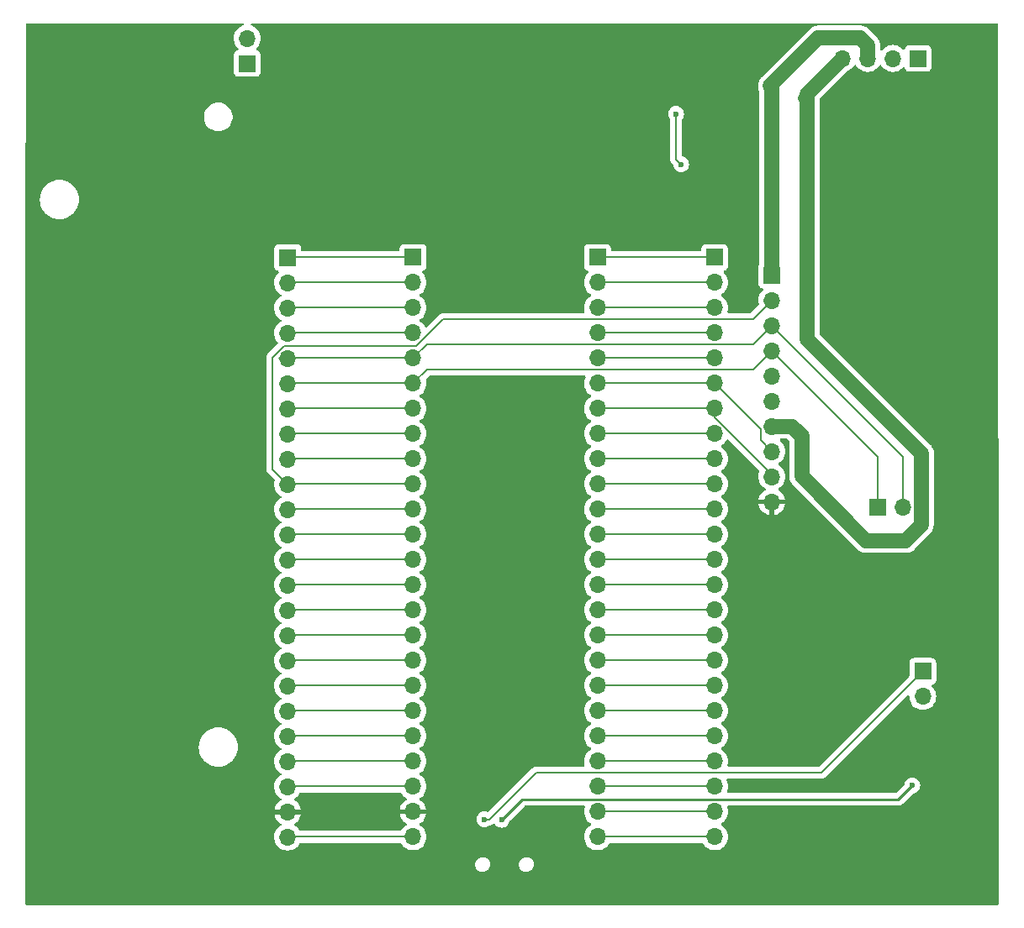
<source format=gbr>
%TF.GenerationSoftware,KiCad,Pcbnew,7.0.1-0*%
%TF.CreationDate,2023-04-13T21:56:55+02:00*%
%TF.ProjectId,Main,4d61696e-2e6b-4696-9361-645f70636258,V01*%
%TF.SameCoordinates,Original*%
%TF.FileFunction,Copper,L2,Bot*%
%TF.FilePolarity,Positive*%
%FSLAX46Y46*%
G04 Gerber Fmt 4.6, Leading zero omitted, Abs format (unit mm)*
G04 Created by KiCad (PCBNEW 7.0.1-0) date 2023-04-13 21:56:55*
%MOMM*%
%LPD*%
G01*
G04 APERTURE LIST*
%TA.AperFunction,ComponentPad*%
%ADD10R,1.700000X1.700000*%
%TD*%
%TA.AperFunction,ComponentPad*%
%ADD11O,1.700000X1.700000*%
%TD*%
%TA.AperFunction,ViaPad*%
%ADD12C,0.600000*%
%TD*%
%TA.AperFunction,Conductor*%
%ADD13C,0.200000*%
%TD*%
%TA.AperFunction,Conductor*%
%ADD14C,1.500000*%
%TD*%
%TA.AperFunction,Conductor*%
%ADD15C,1.000000*%
%TD*%
%TA.AperFunction,Conductor*%
%ADD16C,0.250000*%
%TD*%
G04 APERTURE END LIST*
D10*
%TO.P,J13,1,Pin_1*%
%TO.N,/Interfacing/USB D-*%
X184350000Y-111075000D03*
D11*
%TO.P,J13,2,Pin_2*%
%TO.N,/Interfacing/USB D+*%
X184350000Y-113615000D03*
%TD*%
%TO.P,J3-Left1,24,Pin_24*%
%TO.N,/Regulated 3v3*%
X120400000Y-127780000D03*
%TO.P,J3-Left1,23,Pin_23*%
%TO.N,GND*%
X120400000Y-125240000D03*
%TO.P,J3-Left1,22,Pin_22*%
%TO.N,/Interfacing/EEPROMSDA*%
X120400000Y-122700000D03*
%TO.P,J3-Left1,21,Pin_21*%
%TO.N,/Interfacing/EEPROMSCL*%
X120400000Y-120160000D03*
%TO.P,J3-Left1,20,Pin_20*%
%TO.N,Net-(J3-Left1-Pin_20)*%
X120400000Y-117620000D03*
%TO.P,J3-Left1,19,Pin_19*%
%TO.N,Net-(J3-Left1-Pin_19)*%
X120400000Y-115080000D03*
%TO.P,J3-Left1,18,Pin_18*%
%TO.N,Net-(J3-Left1-Pin_18)*%
X120400000Y-112540000D03*
%TO.P,J3-Left1,17,Pin_17*%
%TO.N,Net-(J3-Left1-Pin_17)*%
X120400000Y-110000000D03*
%TO.P,J3-Left1,16,Pin_16*%
%TO.N,Net-(J3-Left1-Pin_16)*%
X120400000Y-107460000D03*
%TO.P,J3-Left1,15,Pin_15*%
%TO.N,Net-(J3-Left1-Pin_15)*%
X120400000Y-104920000D03*
%TO.P,J3-Left1,14,Pin_14*%
%TO.N,Net-(J3-Left1-Pin_14)*%
X120400000Y-102380000D03*
%TO.P,J3-Left1,13,Pin_13*%
%TO.N,Net-(J3-Left1-Pin_13)*%
X120400000Y-99840000D03*
%TO.P,J3-Left1,12,Pin_12*%
%TO.N,Net-(J3-Left1-Pin_12)*%
X120400000Y-97300000D03*
%TO.P,J3-Left1,11,Pin_11*%
%TO.N,/USB 5V*%
X120400000Y-94760000D03*
%TO.P,J3-Left1,10,Pin_10*%
%TO.N,/BatterySense*%
X120400000Y-92220000D03*
%TO.P,J3-Left1,9,Pin_9*%
%TO.N,Net-(J3-Left1-Pin_9)*%
X120400000Y-89680000D03*
%TO.P,J3-Left1,8,Pin_8*%
%TO.N,Net-(J3-Left1-Pin_8)*%
X120400000Y-87140000D03*
%TO.P,J3-Left1,7,Pin_7*%
%TO.N,Net-(J3-Left1-Pin_7)*%
X120400000Y-84600000D03*
%TO.P,J3-Left1,6,Pin_6*%
%TO.N,/DigitalSensorSCL*%
X120400000Y-82060000D03*
%TO.P,J3-Left1,5,Pin_5*%
%TO.N,/DigitalSensorSDA*%
X120400000Y-79520000D03*
%TO.P,J3-Left1,4,Pin_4*%
%TO.N,Net-(J3-Left1-Pin_4)*%
X120400000Y-76980000D03*
%TO.P,J3-Left1,3,Pin_3*%
%TO.N,Net-(J3-Left1-Pin_3)*%
X120400000Y-74440000D03*
%TO.P,J3-Left1,2,Pin_2*%
%TO.N,Net-(J3-Left1-Pin_2)*%
X120400000Y-71900000D03*
D10*
%TO.P,J3-Left1,1,Pin_1*%
%TO.N,Net-(J3-Left1-Pin_1)*%
X120400000Y-69360000D03*
%TD*%
%TO.P,J6-Right1,1,Pin_1*%
%TO.N,Net-(J5-Right1-Pin_1)*%
X163400000Y-69340000D03*
D11*
%TO.P,J6-Right1,2,Pin_2*%
%TO.N,Net-(J5-Right1-Pin_2)*%
X163400000Y-71880000D03*
%TO.P,J6-Right1,3,Pin_3*%
%TO.N,Net-(J5-Right1-Pin_3)*%
X163400000Y-74420000D03*
%TO.P,J6-Right1,4,Pin_4*%
%TO.N,Net-(J5-Right1-Pin_4)*%
X163400000Y-76960000D03*
%TO.P,J6-Right1,5,Pin_5*%
%TO.N,Net-(J5-Right1-Pin_5)*%
X163400000Y-79500000D03*
%TO.P,J6-Right1,6,Pin_6*%
%TO.N,/Interfacing/USART_TX*%
X163400000Y-82040000D03*
%TO.P,J6-Right1,7,Pin_7*%
%TO.N,/Interfacing/USART_RX*%
X163400000Y-84580000D03*
%TO.P,J6-Right1,8,Pin_8*%
%TO.N,Net-(J5-Right1-Pin_8)*%
X163400000Y-87120000D03*
%TO.P,J6-Right1,9,Pin_9*%
%TO.N,Net-(J5-Right1-Pin_9)*%
X163400000Y-89660000D03*
%TO.P,J6-Right1,10,Pin_10*%
%TO.N,Net-(J5-Right1-Pin_10)*%
X163400000Y-92200000D03*
%TO.P,J6-Right1,11,Pin_11*%
%TO.N,Net-(J5-Right1-Pin_11)*%
X163400000Y-94740000D03*
%TO.P,J6-Right1,12,Pin_12*%
%TO.N,Net-(J5-Right1-Pin_12)*%
X163400000Y-97280000D03*
%TO.P,J6-Right1,13,Pin_13*%
%TO.N,Net-(J5-Right1-Pin_13)*%
X163400000Y-99820000D03*
%TO.P,J6-Right1,14,Pin_14*%
%TO.N,Net-(J5-Right1-Pin_14)*%
X163400000Y-102360000D03*
%TO.P,J6-Right1,15,Pin_15*%
%TO.N,Net-(J5-Right1-Pin_15)*%
X163400000Y-104900000D03*
%TO.P,J6-Right1,16,Pin_16*%
%TO.N,Net-(J5-Right1-Pin_16)*%
X163400000Y-107440000D03*
%TO.P,J6-Right1,17,Pin_17*%
%TO.N,Net-(J5-Right1-Pin_17)*%
X163400000Y-109980000D03*
%TO.P,J6-Right1,18,Pin_18*%
%TO.N,Net-(J5-Right1-Pin_18)*%
X163400000Y-112520000D03*
%TO.P,J6-Right1,19,Pin_19*%
%TO.N,Net-(J5-Right1-Pin_19)*%
X163400000Y-115060000D03*
%TO.P,J6-Right1,20,Pin_20*%
%TO.N,Net-(J5-Right1-Pin_20)*%
X163400000Y-117600000D03*
%TO.P,J6-Right1,21,Pin_21*%
%TO.N,Net-(J5-Right1-Pin_21)*%
X163400000Y-120140000D03*
%TO.P,J6-Right1,22,Pin_22*%
%TO.N,Net-(J5-Right1-Pin_22)*%
X163400000Y-122680000D03*
%TO.P,J6-Right1,23,Pin_23*%
%TO.N,Net-(J5-Right1-Pin_23)*%
X163400000Y-125220000D03*
%TO.P,J6-Right1,24,Pin_24*%
%TO.N,Net-(J5-Right1-Pin_24)*%
X163400000Y-127760000D03*
%TD*%
%TO.P,J2,2,Pin_2*%
%TO.N,Battery*%
X116332000Y-47244000D03*
D10*
%TO.P,J2,1,Pin_1*%
%TO.N,Net-(D1-A)*%
X116332000Y-49784000D03*
%TD*%
%TO.P,J8,1,Pin_1*%
%TO.N,/Power Module/Battery Input Polarity Protection*%
X183896000Y-49276000D03*
D11*
%TO.P,J8,2,Pin_2*%
%TO.N,/Power Module/Switched Power*%
X181356000Y-49276000D03*
%TO.P,J8,3,Pin_3*%
%TO.N,/Regulated 3v3*%
X178816000Y-49276000D03*
%TO.P,J8,4,Pin_4*%
%TO.N,/USB 5V*%
X176276000Y-49276000D03*
%TD*%
D10*
%TO.P,J9,1,Pin_1*%
%TO.N,/DigitalSensorSCL*%
X179832000Y-94488000D03*
D11*
%TO.P,J9,2,Pin_2*%
%TO.N,/DigitalSensorSDA*%
X182372000Y-94488000D03*
%TD*%
D10*
%TO.P,J4-Left1,1,Pin_1*%
%TO.N,Net-(J3-Left1-Pin_1)*%
X133020000Y-69340000D03*
D11*
%TO.P,J4-Left1,2,Pin_2*%
%TO.N,Net-(J3-Left1-Pin_2)*%
X133020000Y-71880000D03*
%TO.P,J4-Left1,3,Pin_3*%
%TO.N,Net-(J3-Left1-Pin_3)*%
X133020000Y-74420000D03*
%TO.P,J4-Left1,4,Pin_4*%
%TO.N,Net-(J3-Left1-Pin_4)*%
X133020000Y-76960000D03*
%TO.P,J4-Left1,5,Pin_5*%
%TO.N,/DigitalSensorSDA*%
X133020000Y-79500000D03*
%TO.P,J4-Left1,6,Pin_6*%
%TO.N,/DigitalSensorSCL*%
X133020000Y-82040000D03*
%TO.P,J4-Left1,7,Pin_7*%
%TO.N,Net-(J3-Left1-Pin_7)*%
X133020000Y-84580000D03*
%TO.P,J4-Left1,8,Pin_8*%
%TO.N,Net-(J3-Left1-Pin_8)*%
X133020000Y-87120000D03*
%TO.P,J4-Left1,9,Pin_9*%
%TO.N,Net-(J3-Left1-Pin_9)*%
X133020000Y-89660000D03*
%TO.P,J4-Left1,10,Pin_10*%
%TO.N,/BatterySense*%
X133020000Y-92200000D03*
%TO.P,J4-Left1,11,Pin_11*%
%TO.N,/USB 5V*%
X133020000Y-94740000D03*
%TO.P,J4-Left1,12,Pin_12*%
%TO.N,Net-(J3-Left1-Pin_12)*%
X133020000Y-97280000D03*
%TO.P,J4-Left1,13,Pin_13*%
%TO.N,Net-(J3-Left1-Pin_13)*%
X133020000Y-99820000D03*
%TO.P,J4-Left1,14,Pin_14*%
%TO.N,Net-(J3-Left1-Pin_14)*%
X133020000Y-102360000D03*
%TO.P,J4-Left1,15,Pin_15*%
%TO.N,Net-(J3-Left1-Pin_15)*%
X133020000Y-104900000D03*
%TO.P,J4-Left1,16,Pin_16*%
%TO.N,Net-(J3-Left1-Pin_16)*%
X133020000Y-107440000D03*
%TO.P,J4-Left1,17,Pin_17*%
%TO.N,Net-(J3-Left1-Pin_17)*%
X133020000Y-109980000D03*
%TO.P,J4-Left1,18,Pin_18*%
%TO.N,Net-(J3-Left1-Pin_18)*%
X133020000Y-112520000D03*
%TO.P,J4-Left1,19,Pin_19*%
%TO.N,Net-(J3-Left1-Pin_19)*%
X133020000Y-115060000D03*
%TO.P,J4-Left1,20,Pin_20*%
%TO.N,Net-(J3-Left1-Pin_20)*%
X133020000Y-117600000D03*
%TO.P,J4-Left1,21,Pin_21*%
%TO.N,/Interfacing/EEPROMSCL*%
X133020000Y-120140000D03*
%TO.P,J4-Left1,22,Pin_22*%
%TO.N,/Interfacing/EEPROMSDA*%
X133020000Y-122680000D03*
%TO.P,J4-Left1,23,Pin_23*%
%TO.N,GND*%
X133020000Y-125220000D03*
%TO.P,J4-Left1,24,Pin_24*%
%TO.N,/Regulated 3v3*%
X133020000Y-127760000D03*
%TD*%
D10*
%TO.P,J7,1,Pin_1*%
%TO.N,/Regulated 3v3*%
X169164000Y-71120000D03*
D11*
%TO.P,J7,2,Pin_2*%
%TO.N,/BatterySense*%
X169164000Y-73660000D03*
%TO.P,J7,3,Pin_3*%
%TO.N,/DigitalSensorSDA*%
X169164000Y-76200000D03*
%TO.P,J7,4,Pin_4*%
%TO.N,/DigitalSensorSCL*%
X169164000Y-78740000D03*
%TO.P,J7,5,Pin_5*%
%TO.N,unconnected-(J7-Pin_5-Pad5)*%
X169164000Y-81280000D03*
%TO.P,J7,6,Pin_6*%
%TO.N,unconnected-(J7-Pin_6-Pad6)*%
X169164000Y-83820000D03*
%TO.P,J7,7,Pin_7*%
%TO.N,/USB 5V*%
X169164000Y-86360000D03*
%TO.P,J7,8,Pin_8*%
%TO.N,/Interfacing/USART_TX*%
X169164000Y-88900000D03*
%TO.P,J7,9,Pin_9*%
%TO.N,/Interfacing/USART_RX*%
X169164000Y-91440000D03*
%TO.P,J7,10,Pin_10*%
%TO.N,GND*%
X169164000Y-93980000D03*
%TD*%
D10*
%TO.P,J5-Right1,1,Pin_1*%
%TO.N,Net-(J5-Right1-Pin_1)*%
X151600000Y-69340000D03*
D11*
%TO.P,J5-Right1,2,Pin_2*%
%TO.N,Net-(J5-Right1-Pin_2)*%
X151600000Y-71880000D03*
%TO.P,J5-Right1,3,Pin_3*%
%TO.N,Net-(J5-Right1-Pin_3)*%
X151600000Y-74420000D03*
%TO.P,J5-Right1,4,Pin_4*%
%TO.N,Net-(J5-Right1-Pin_4)*%
X151600000Y-76960000D03*
%TO.P,J5-Right1,5,Pin_5*%
%TO.N,Net-(J5-Right1-Pin_5)*%
X151600000Y-79500000D03*
%TO.P,J5-Right1,6,Pin_6*%
%TO.N,/Interfacing/USART_TX*%
X151600000Y-82040000D03*
%TO.P,J5-Right1,7,Pin_7*%
%TO.N,/Interfacing/USART_RX*%
X151600000Y-84580000D03*
%TO.P,J5-Right1,8,Pin_8*%
%TO.N,Net-(J5-Right1-Pin_8)*%
X151600000Y-87120000D03*
%TO.P,J5-Right1,9,Pin_9*%
%TO.N,Net-(J5-Right1-Pin_9)*%
X151600000Y-89660000D03*
%TO.P,J5-Right1,10,Pin_10*%
%TO.N,Net-(J5-Right1-Pin_10)*%
X151600000Y-92200000D03*
%TO.P,J5-Right1,11,Pin_11*%
%TO.N,Net-(J5-Right1-Pin_11)*%
X151600000Y-94740000D03*
%TO.P,J5-Right1,12,Pin_12*%
%TO.N,Net-(J5-Right1-Pin_12)*%
X151600000Y-97280000D03*
%TO.P,J5-Right1,13,Pin_13*%
%TO.N,Net-(J5-Right1-Pin_13)*%
X151600000Y-99820000D03*
%TO.P,J5-Right1,14,Pin_14*%
%TO.N,Net-(J5-Right1-Pin_14)*%
X151600000Y-102360000D03*
%TO.P,J5-Right1,15,Pin_15*%
%TO.N,Net-(J5-Right1-Pin_15)*%
X151600000Y-104900000D03*
%TO.P,J5-Right1,16,Pin_16*%
%TO.N,Net-(J5-Right1-Pin_16)*%
X151600000Y-107440000D03*
%TO.P,J5-Right1,17,Pin_17*%
%TO.N,Net-(J5-Right1-Pin_17)*%
X151600000Y-109980000D03*
%TO.P,J5-Right1,18,Pin_18*%
%TO.N,Net-(J5-Right1-Pin_18)*%
X151600000Y-112520000D03*
%TO.P,J5-Right1,19,Pin_19*%
%TO.N,Net-(J5-Right1-Pin_19)*%
X151600000Y-115060000D03*
%TO.P,J5-Right1,20,Pin_20*%
%TO.N,Net-(J5-Right1-Pin_20)*%
X151600000Y-117600000D03*
%TO.P,J5-Right1,21,Pin_21*%
%TO.N,Net-(J5-Right1-Pin_21)*%
X151600000Y-120140000D03*
%TO.P,J5-Right1,22,Pin_22*%
%TO.N,Net-(J5-Right1-Pin_22)*%
X151600000Y-122680000D03*
%TO.P,J5-Right1,23,Pin_23*%
%TO.N,Net-(J5-Right1-Pin_23)*%
X151600000Y-125220000D03*
%TO.P,J5-Right1,24,Pin_24*%
%TO.N,Net-(J5-Right1-Pin_24)*%
X151600000Y-127760000D03*
%TD*%
D12*
%TO.N,GND*%
X181356000Y-70104000D03*
X179984400Y-56235600D03*
X140716000Y-51816000D03*
X124434600Y-55067200D03*
X114122200Y-58039000D03*
X167640000Y-58928000D03*
X145059400Y-126161800D03*
X157988000Y-48260000D03*
X143179800Y-118440200D03*
%TO.N,/Interfacing/USB D-*%
X140208000Y-125984000D03*
%TO.N,/Interfacing/USB D+*%
X183286400Y-122580400D03*
X141960600Y-126034800D03*
%TO.N,Net-(U6-OUT)*%
X159512000Y-54864000D03*
X160020000Y-59944000D03*
%TD*%
D13*
%TO.N,Net-(J3-Left1-Pin_1)*%
X133020000Y-69340000D02*
X120420000Y-69340000D01*
%TO.N,Net-(J3-Left1-Pin_2)*%
X133020000Y-71880000D02*
X120420000Y-71880000D01*
%TO.N,Net-(J3-Left1-Pin_3)*%
X133020000Y-74420000D02*
X120420000Y-74420000D01*
%TO.N,Net-(J3-Left1-Pin_4)*%
X133020000Y-76960000D02*
X120420000Y-76960000D01*
%TO.N,Net-(J3-Left1-Pin_7)*%
X133020000Y-84580000D02*
X120420000Y-84580000D01*
%TO.N,Net-(J3-Left1-Pin_8)*%
X133020000Y-87120000D02*
X120420000Y-87120000D01*
%TO.N,Net-(J3-Left1-Pin_9)*%
X133020000Y-89660000D02*
X120420000Y-89660000D01*
%TO.N,Net-(J3-Left1-Pin_12)*%
X133020000Y-97280000D02*
X120420000Y-97280000D01*
%TO.N,Net-(J3-Left1-Pin_13)*%
X133020000Y-99820000D02*
X120420000Y-99820000D01*
%TO.N,Net-(J3-Left1-Pin_14)*%
X133020000Y-102360000D02*
X120420000Y-102360000D01*
%TO.N,Net-(J3-Left1-Pin_15)*%
X133020000Y-104900000D02*
X120420000Y-104900000D01*
%TO.N,Net-(J3-Left1-Pin_16)*%
X133020000Y-107440000D02*
X120420000Y-107440000D01*
%TO.N,Net-(J3-Left1-Pin_17)*%
X133020000Y-109980000D02*
X120420000Y-109980000D01*
%TO.N,Net-(J3-Left1-Pin_18)*%
X133020000Y-112520000D02*
X120420000Y-112520000D01*
%TO.N,Net-(J3-Left1-Pin_19)*%
X133020000Y-115060000D02*
X120420000Y-115060000D01*
%TO.N,Net-(J3-Left1-Pin_20)*%
X133020000Y-117600000D02*
X120420000Y-117600000D01*
D14*
%TO.N,/USB 5V*%
X184251600Y-89128600D02*
X184251600Y-96012000D01*
X171221400Y-86360000D02*
X169164000Y-86360000D01*
X178650900Y-97878900D02*
X172161200Y-91389200D01*
X182638700Y-97878900D02*
X178650900Y-97878900D01*
D13*
X133020000Y-94740000D02*
X120420000Y-94740000D01*
D14*
X172161200Y-91389200D02*
X172161200Y-87299800D01*
X184175600Y-96342000D02*
X182638700Y-97878900D01*
X172161200Y-87299800D02*
X171221400Y-86360000D01*
X172694600Y-52857400D02*
X172694600Y-77571600D01*
D15*
X176276000Y-49276000D02*
X172240843Y-53311157D01*
D14*
X176276000Y-49276000D02*
X172694600Y-52857400D01*
X184251600Y-96012000D02*
X184175600Y-96088000D01*
X184175600Y-96088000D02*
X184175600Y-96342000D01*
X172694600Y-77571600D02*
X184251600Y-89128600D01*
D13*
%TO.N,Net-(J5-Right1-Pin_1)*%
X163400000Y-69340000D02*
X151600000Y-69340000D01*
%TO.N,Net-(J5-Right1-Pin_2)*%
X163400000Y-71880000D02*
X151600000Y-71880000D01*
%TO.N,Net-(J5-Right1-Pin_3)*%
X163400000Y-74420000D02*
X151600000Y-74420000D01*
%TO.N,Net-(J5-Right1-Pin_4)*%
X163400000Y-76960000D02*
X151600000Y-76960000D01*
%TO.N,Net-(J5-Right1-Pin_5)*%
X151600000Y-79500000D02*
X163400000Y-79500000D01*
%TO.N,/Interfacing/USB D-*%
X174135000Y-121290000D02*
X184350000Y-111075000D01*
X145410000Y-121290000D02*
X174135000Y-121290000D01*
X140716000Y-125984000D02*
X145410000Y-121290000D01*
X140208000Y-125984000D02*
X140716000Y-125984000D01*
D16*
%TO.N,/Interfacing/USB D+*%
X144018000Y-123977400D02*
X181889400Y-123977400D01*
X181889400Y-123977400D02*
X183286400Y-122580400D01*
X141960600Y-126034800D02*
X144018000Y-123977400D01*
D13*
%TO.N,Net-(J5-Right1-Pin_8)*%
X163400000Y-87120000D02*
X151600000Y-87120000D01*
%TO.N,Net-(J5-Right1-Pin_9)*%
X151600000Y-89660000D02*
X163400000Y-89660000D01*
%TO.N,Net-(J5-Right1-Pin_10)*%
X163400000Y-92200000D02*
X151600000Y-92200000D01*
%TO.N,Net-(J5-Right1-Pin_11)*%
X163400000Y-94740000D02*
X151600000Y-94740000D01*
%TO.N,Net-(J5-Right1-Pin_12)*%
X163400000Y-97280000D02*
X151600000Y-97280000D01*
%TO.N,Net-(J5-Right1-Pin_13)*%
X163400000Y-99820000D02*
X151600000Y-99820000D01*
%TO.N,Net-(J5-Right1-Pin_14)*%
X163400000Y-102360000D02*
X151600000Y-102360000D01*
%TO.N,Net-(J5-Right1-Pin_15)*%
X163400000Y-104900000D02*
X151600000Y-104900000D01*
%TO.N,Net-(J5-Right1-Pin_16)*%
X163400000Y-107440000D02*
X151600000Y-107440000D01*
%TO.N,Net-(J5-Right1-Pin_17)*%
X163400000Y-109980000D02*
X151600000Y-109980000D01*
%TO.N,Net-(J5-Right1-Pin_18)*%
X163400000Y-112520000D02*
X151600000Y-112520000D01*
%TO.N,Net-(J5-Right1-Pin_19)*%
X163400000Y-115060000D02*
X151600000Y-115060000D01*
%TO.N,Net-(J5-Right1-Pin_20)*%
X163400000Y-117600000D02*
X151600000Y-117600000D01*
%TO.N,Net-(J5-Right1-Pin_21)*%
X163400000Y-120140000D02*
X151600000Y-120140000D01*
%TO.N,Net-(J5-Right1-Pin_22)*%
X163400000Y-122680000D02*
X151600000Y-122680000D01*
%TO.N,Net-(J5-Right1-Pin_23)*%
X163400000Y-125220000D02*
X151600000Y-125220000D01*
%TO.N,Net-(J5-Right1-Pin_24)*%
X163400000Y-127760000D02*
X151600000Y-127760000D01*
%TO.N,/DigitalSensorSDA*%
X182372000Y-94488000D02*
X182372000Y-89408000D01*
X133020000Y-79500000D02*
X119500000Y-79500000D01*
X169164000Y-76200000D02*
X167254000Y-78110000D01*
X134410000Y-78110000D02*
X133020000Y-79500000D01*
X133020000Y-79500000D02*
X120420000Y-79500000D01*
X167254000Y-78110000D02*
X134410000Y-78110000D01*
X182372000Y-89408000D02*
X169164000Y-76200000D01*
%TO.N,/DigitalSensorSCL*%
X179832000Y-89408000D02*
X169164000Y-78740000D01*
X133020000Y-82040000D02*
X120420000Y-82040000D01*
X179832000Y-94488000D02*
X179832000Y-89408000D01*
X169164000Y-78740000D02*
X167254000Y-80650000D01*
X167254000Y-80650000D02*
X134410000Y-80650000D01*
X134410000Y-80650000D02*
X133020000Y-82040000D01*
%TO.N,/BatterySense*%
X167254000Y-75570000D02*
X136036346Y-75570000D01*
X133374346Y-78232000D02*
X120061654Y-78232000D01*
X118872000Y-79421654D02*
X118872000Y-90692000D01*
X118872000Y-90692000D02*
X120400000Y-92220000D01*
X169164000Y-73660000D02*
X167254000Y-75570000D01*
X120061654Y-78232000D02*
X118872000Y-79421654D01*
X133020000Y-92200000D02*
X120420000Y-92200000D01*
X136036346Y-75570000D02*
X133374346Y-78232000D01*
%TO.N,/Interfacing/EEPROMSCL*%
X133020000Y-120140000D02*
X120420000Y-120140000D01*
%TO.N,/Interfacing/EEPROMSDA*%
X133020000Y-122680000D02*
X120420000Y-122680000D01*
%TO.N,/Regulated 3v3*%
X133020000Y-127760000D02*
X120420000Y-127760000D01*
D14*
X178054000Y-47218600D02*
X173837600Y-47218600D01*
X178816000Y-49276000D02*
X178816000Y-47980600D01*
X169164000Y-52197000D02*
X169164000Y-71120000D01*
X178816000Y-47980600D02*
X178054000Y-47218600D01*
X169011600Y-52044600D02*
X169164000Y-52197000D01*
X173837600Y-47218600D02*
X169011600Y-52044600D01*
D13*
%TO.N,/Interfacing/USART_TX*%
X168014000Y-87750000D02*
X168014000Y-86654000D01*
X168014000Y-86654000D02*
X163400000Y-82040000D01*
X163400000Y-82040000D02*
X151600000Y-82040000D01*
X169164000Y-88900000D02*
X168014000Y-87750000D01*
%TO.N,/Interfacing/USART_RX*%
X169164000Y-91257654D02*
X163400000Y-85493654D01*
X163400000Y-85493654D02*
X163400000Y-84580000D01*
X151600000Y-84580000D02*
X163400000Y-84580000D01*
%TO.N,Net-(U6-OUT)*%
X160020000Y-59944000D02*
X159512000Y-59436000D01*
X159512000Y-59436000D02*
X159512000Y-54864000D01*
%TD*%
%TA.AperFunction,Conductor*%
%TO.N,GND*%
G36*
X115917095Y-45734011D02*
G01*
X115961413Y-45772877D01*
X115982777Y-45827815D01*
X115976360Y-45886411D01*
X115943611Y-45935423D01*
X115891931Y-45963775D01*
X115868336Y-45970097D01*
X115654170Y-46069965D01*
X115460598Y-46205505D01*
X115293505Y-46372598D01*
X115157965Y-46566170D01*
X115058097Y-46780336D01*
X114996936Y-47008592D01*
X114976340Y-47243999D01*
X114996936Y-47479407D01*
X115020118Y-47565922D01*
X115058097Y-47707663D01*
X115157965Y-47921830D01*
X115293505Y-48115401D01*
X115293508Y-48115403D01*
X115293508Y-48115404D01*
X115415430Y-48237326D01*
X115446726Y-48290072D01*
X115448915Y-48351365D01*
X115421462Y-48406209D01*
X115371083Y-48441189D01*
X115239669Y-48490204D01*
X115124454Y-48576454D01*
X115038204Y-48691668D01*
X114987909Y-48826516D01*
X114981500Y-48886130D01*
X114981500Y-50681869D01*
X114987909Y-50741483D01*
X115038204Y-50876331D01*
X115124454Y-50991546D01*
X115239669Y-51077796D01*
X115374517Y-51128091D01*
X115434127Y-51134500D01*
X117229872Y-51134499D01*
X117289483Y-51128091D01*
X117424331Y-51077796D01*
X117539546Y-50991546D01*
X117625796Y-50876331D01*
X117676091Y-50741483D01*
X117682500Y-50681873D01*
X117682499Y-48886128D01*
X117676091Y-48826517D01*
X117625796Y-48691669D01*
X117539546Y-48576454D01*
X117424331Y-48490204D01*
X117362898Y-48467291D01*
X117292916Y-48441189D01*
X117242537Y-48406209D01*
X117215084Y-48351365D01*
X117217273Y-48290072D01*
X117248566Y-48237329D01*
X117370495Y-48115401D01*
X117506035Y-47921830D01*
X117605903Y-47707663D01*
X117667063Y-47479408D01*
X117687659Y-47244000D01*
X117673874Y-47086446D01*
X117667063Y-47008592D01*
X117605903Y-46780337D01*
X117506035Y-46566171D01*
X117370495Y-46372599D01*
X117203401Y-46205505D01*
X117009830Y-46069965D01*
X116795663Y-45970097D01*
X116772067Y-45963774D01*
X116720388Y-45935423D01*
X116687639Y-45886411D01*
X116681222Y-45827815D01*
X116702586Y-45772877D01*
X116746904Y-45734011D01*
X116804161Y-45720000D01*
X173792805Y-45720000D01*
X173853473Y-45735891D01*
X173853916Y-45735473D01*
X173913898Y-45720000D01*
X178043034Y-45720000D01*
X178101738Y-45735612D01*
X178102373Y-45735026D01*
X178161539Y-45720000D01*
X191806923Y-45720000D01*
X191868883Y-45736590D01*
X191914264Y-45781920D01*
X191930923Y-45843861D01*
X192024000Y-128705024D01*
X192024000Y-134496000D01*
X192007387Y-134558000D01*
X191962000Y-134603387D01*
X191900000Y-134620000D01*
X94104000Y-134620000D01*
X94042000Y-134603387D01*
X93996613Y-134558000D01*
X93980000Y-134496000D01*
X93980000Y-130599934D01*
X139285668Y-130599934D01*
X139301058Y-130687207D01*
X139316135Y-130772711D01*
X139351752Y-130855281D01*
X139385623Y-130933804D01*
X139490390Y-131074530D01*
X139624783Y-131187300D01*
X139624784Y-131187300D01*
X139624786Y-131187302D01*
X139781567Y-131266040D01*
X139781568Y-131266040D01*
X139781570Y-131266041D01*
X139952277Y-131306500D01*
X139952279Y-131306500D01*
X140083704Y-131306500D01*
X140083709Y-131306500D01*
X140214255Y-131291241D01*
X140379117Y-131231237D01*
X140525696Y-131134830D01*
X140646092Y-131007218D01*
X140733812Y-130855281D01*
X140784130Y-130687210D01*
X140789213Y-130599934D01*
X143685668Y-130599934D01*
X143701058Y-130687207D01*
X143716135Y-130772711D01*
X143751752Y-130855281D01*
X143785623Y-130933804D01*
X143890390Y-131074530D01*
X144024783Y-131187300D01*
X144024784Y-131187300D01*
X144024786Y-131187302D01*
X144181567Y-131266040D01*
X144181568Y-131266040D01*
X144181570Y-131266041D01*
X144352277Y-131306500D01*
X144352279Y-131306500D01*
X144483704Y-131306500D01*
X144483709Y-131306500D01*
X144614255Y-131291241D01*
X144779117Y-131231237D01*
X144925696Y-131134830D01*
X145046092Y-131007218D01*
X145133812Y-130855281D01*
X145184130Y-130687210D01*
X145194331Y-130512065D01*
X145163865Y-130339289D01*
X145094377Y-130178196D01*
X144989610Y-130037470D01*
X144989609Y-130037469D01*
X144855216Y-129924699D01*
X144698429Y-129845958D01*
X144527723Y-129805500D01*
X144527721Y-129805500D01*
X144396291Y-129805500D01*
X144314699Y-129815036D01*
X144265742Y-129820759D01*
X144100883Y-129880762D01*
X143954303Y-129977170D01*
X143833908Y-130104780D01*
X143746188Y-130256718D01*
X143746188Y-130256719D01*
X143695870Y-130424790D01*
X143695869Y-130424792D01*
X143695870Y-130424792D01*
X143685668Y-130599934D01*
X140789213Y-130599934D01*
X140794331Y-130512065D01*
X140763865Y-130339289D01*
X140694377Y-130178196D01*
X140589610Y-130037470D01*
X140589609Y-130037469D01*
X140455216Y-129924699D01*
X140298429Y-129845958D01*
X140127723Y-129805500D01*
X140127721Y-129805500D01*
X139996291Y-129805500D01*
X139914699Y-129815036D01*
X139865742Y-129820759D01*
X139700883Y-129880762D01*
X139554303Y-129977170D01*
X139433908Y-130104780D01*
X139346188Y-130256718D01*
X139346188Y-130256719D01*
X139295870Y-130424790D01*
X139295869Y-130424792D01*
X139295870Y-130424792D01*
X139285668Y-130599934D01*
X93980000Y-130599934D01*
X93980000Y-127780000D01*
X119044340Y-127780000D01*
X119064936Y-128015407D01*
X119109709Y-128182501D01*
X119126097Y-128243663D01*
X119225965Y-128457830D01*
X119361505Y-128651401D01*
X119528599Y-128818495D01*
X119722170Y-128954035D01*
X119936337Y-129053903D01*
X120164592Y-129115063D01*
X120400000Y-129135659D01*
X120635408Y-129115063D01*
X120863663Y-129053903D01*
X121077830Y-128954035D01*
X121271401Y-128818495D01*
X121438495Y-128651401D01*
X121574035Y-128457830D01*
X121586035Y-128432095D01*
X121631792Y-128379920D01*
X121698417Y-128360500D01*
X131730909Y-128360500D01*
X131797534Y-128379919D01*
X131843290Y-128432094D01*
X131845965Y-128437830D01*
X131981505Y-128631401D01*
X132148599Y-128798495D01*
X132342170Y-128934035D01*
X132556337Y-129033903D01*
X132784592Y-129095063D01*
X133020000Y-129115659D01*
X133255408Y-129095063D01*
X133483663Y-129033903D01*
X133697830Y-128934035D01*
X133891401Y-128798495D01*
X134058495Y-128631401D01*
X134194035Y-128437830D01*
X134293903Y-128223663D01*
X134355063Y-127995408D01*
X134375659Y-127760000D01*
X134355063Y-127524592D01*
X134293903Y-127296337D01*
X134194035Y-127082171D01*
X134058495Y-126888599D01*
X133891401Y-126721505D01*
X133705402Y-126591267D01*
X133666539Y-126546951D01*
X133652528Y-126489694D01*
X133666539Y-126432437D01*
X133705405Y-126388119D01*
X133891078Y-126258109D01*
X134058106Y-126091081D01*
X134193600Y-125897576D01*
X134293430Y-125683492D01*
X134350636Y-125470000D01*
X131689364Y-125470000D01*
X131746569Y-125683492D01*
X131846399Y-125897576D01*
X131981893Y-126091081D01*
X132148918Y-126258106D01*
X132334595Y-126388119D01*
X132373460Y-126432437D01*
X132387471Y-126489694D01*
X132373460Y-126546951D01*
X132334595Y-126591269D01*
X132148595Y-126721508D01*
X131981505Y-126888598D01*
X131845964Y-127082171D01*
X131843290Y-127087907D01*
X131797533Y-127140081D01*
X131730909Y-127159500D01*
X121678727Y-127159500D01*
X121621470Y-127145489D01*
X121577152Y-127106623D01*
X121438494Y-126908598D01*
X121271404Y-126741508D01*
X121271401Y-126741505D01*
X121085402Y-126611267D01*
X121046539Y-126566951D01*
X121032528Y-126509694D01*
X121046539Y-126452437D01*
X121085405Y-126408119D01*
X121271078Y-126278109D01*
X121438106Y-126111081D01*
X121573600Y-125917576D01*
X121673430Y-125703492D01*
X121730636Y-125490000D01*
X119069364Y-125490000D01*
X119126569Y-125703492D01*
X119226399Y-125917576D01*
X119361893Y-126111081D01*
X119528918Y-126278106D01*
X119714595Y-126408119D01*
X119753460Y-126452437D01*
X119767471Y-126509694D01*
X119753460Y-126566951D01*
X119714595Y-126611269D01*
X119528595Y-126741508D01*
X119361505Y-126908598D01*
X119225965Y-127102170D01*
X119126097Y-127316336D01*
X119064936Y-127544592D01*
X119044340Y-127780000D01*
X93980000Y-127780000D01*
X93980000Y-118710000D01*
X111429453Y-118710000D01*
X111449613Y-118991861D01*
X111509678Y-119267979D01*
X111509680Y-119267984D01*
X111608432Y-119532749D01*
X111686837Y-119676336D01*
X111743859Y-119780765D01*
X111913203Y-120006982D01*
X112113017Y-120206796D01*
X112339234Y-120376140D01*
X112339236Y-120376141D01*
X112587251Y-120511568D01*
X112852016Y-120610320D01*
X112852019Y-120610320D01*
X112852020Y-120610321D01*
X112891320Y-120618870D01*
X113128139Y-120670387D01*
X113324332Y-120684419D01*
X113339446Y-120685500D01*
X113339447Y-120685500D01*
X113480553Y-120685500D01*
X113480554Y-120685500D01*
X113494658Y-120684491D01*
X113691861Y-120670387D01*
X113967984Y-120610320D01*
X114232749Y-120511568D01*
X114480764Y-120376141D01*
X114706982Y-120206797D01*
X114906797Y-120006982D01*
X115076141Y-119780764D01*
X115211568Y-119532749D01*
X115310320Y-119267984D01*
X115370387Y-118991861D01*
X115390546Y-118710000D01*
X115370387Y-118428139D01*
X115310320Y-118152016D01*
X115211568Y-117887251D01*
X115076141Y-117639236D01*
X115061741Y-117620000D01*
X114906796Y-117413017D01*
X114706982Y-117213203D01*
X114480765Y-117043859D01*
X114363964Y-116980081D01*
X114232749Y-116908432D01*
X113967984Y-116809680D01*
X113967979Y-116809678D01*
X113691861Y-116749613D01*
X113480554Y-116734500D01*
X113480553Y-116734500D01*
X113339447Y-116734500D01*
X113339446Y-116734500D01*
X113128138Y-116749613D01*
X112852020Y-116809678D01*
X112755179Y-116845798D01*
X112587251Y-116908432D01*
X112525520Y-116942139D01*
X112339234Y-117043859D01*
X112113017Y-117213203D01*
X111913203Y-117413017D01*
X111743859Y-117639234D01*
X111642139Y-117825520D01*
X111608432Y-117887251D01*
X111545798Y-118055179D01*
X111509678Y-118152020D01*
X111449613Y-118428138D01*
X111429453Y-118710000D01*
X93980000Y-118710000D01*
X93980000Y-90692000D01*
X118266317Y-90692000D01*
X118275556Y-90762170D01*
X118275556Y-90762171D01*
X118286956Y-90848762D01*
X118339799Y-90976335D01*
X118347464Y-90994841D01*
X118443716Y-91120281D01*
X118468768Y-91139503D01*
X118480964Y-91150199D01*
X119067233Y-91736468D01*
X119099327Y-91792055D01*
X119099327Y-91856242D01*
X119064936Y-91984592D01*
X119044340Y-92220000D01*
X119064936Y-92455407D01*
X119106019Y-92608730D01*
X119126097Y-92683663D01*
X119225965Y-92897830D01*
X119361505Y-93091401D01*
X119528599Y-93258495D01*
X119714160Y-93388426D01*
X119753024Y-93432743D01*
X119767035Y-93490000D01*
X119753024Y-93547257D01*
X119714159Y-93591575D01*
X119528595Y-93721508D01*
X119361505Y-93888598D01*
X119225965Y-94082170D01*
X119126097Y-94296336D01*
X119064936Y-94524592D01*
X119044340Y-94759999D01*
X119064936Y-94995407D01*
X119101714Y-95132664D01*
X119126097Y-95223663D01*
X119225965Y-95437830D01*
X119361505Y-95631401D01*
X119528599Y-95798495D01*
X119714160Y-95928426D01*
X119753024Y-95972743D01*
X119767035Y-96030000D01*
X119753024Y-96087257D01*
X119714159Y-96131575D01*
X119528595Y-96261508D01*
X119361505Y-96428598D01*
X119225965Y-96622170D01*
X119126097Y-96836336D01*
X119064936Y-97064592D01*
X119044340Y-97300000D01*
X119064936Y-97535407D01*
X119109709Y-97702501D01*
X119126097Y-97763663D01*
X119225965Y-97977830D01*
X119361505Y-98171401D01*
X119528599Y-98338495D01*
X119714160Y-98468426D01*
X119753024Y-98512743D01*
X119767035Y-98570000D01*
X119753024Y-98627257D01*
X119714160Y-98671574D01*
X119596127Y-98754222D01*
X119528595Y-98801508D01*
X119361505Y-98968598D01*
X119225965Y-99162170D01*
X119126097Y-99376336D01*
X119064936Y-99604592D01*
X119044340Y-99839999D01*
X119064936Y-100075407D01*
X119109709Y-100242502D01*
X119126097Y-100303663D01*
X119225965Y-100517830D01*
X119361505Y-100711401D01*
X119528599Y-100878495D01*
X119714160Y-101008426D01*
X119753024Y-101052743D01*
X119767035Y-101110000D01*
X119753024Y-101167257D01*
X119714159Y-101211575D01*
X119528595Y-101341508D01*
X119361505Y-101508598D01*
X119225965Y-101702170D01*
X119126097Y-101916336D01*
X119064936Y-102144592D01*
X119044340Y-102380000D01*
X119064936Y-102615407D01*
X119109709Y-102782501D01*
X119126097Y-102843663D01*
X119225965Y-103057830D01*
X119361505Y-103251401D01*
X119528599Y-103418495D01*
X119714160Y-103548426D01*
X119753024Y-103592743D01*
X119767035Y-103650000D01*
X119753024Y-103707257D01*
X119714159Y-103751575D01*
X119528595Y-103881508D01*
X119361505Y-104048598D01*
X119225965Y-104242170D01*
X119126097Y-104456336D01*
X119064936Y-104684592D01*
X119044340Y-104919999D01*
X119064936Y-105155407D01*
X119109709Y-105322502D01*
X119126097Y-105383663D01*
X119225965Y-105597830D01*
X119361505Y-105791401D01*
X119528599Y-105958495D01*
X119714160Y-106088426D01*
X119753024Y-106132743D01*
X119767035Y-106190000D01*
X119753024Y-106247257D01*
X119714159Y-106291575D01*
X119528595Y-106421508D01*
X119361505Y-106588598D01*
X119225965Y-106782170D01*
X119126097Y-106996336D01*
X119064936Y-107224592D01*
X119044340Y-107460000D01*
X119064936Y-107695407D01*
X119109709Y-107862501D01*
X119126097Y-107923663D01*
X119225965Y-108137830D01*
X119361505Y-108331401D01*
X119528599Y-108498495D01*
X119714160Y-108628426D01*
X119753024Y-108672743D01*
X119767035Y-108730000D01*
X119753024Y-108787257D01*
X119714159Y-108831575D01*
X119528595Y-108961508D01*
X119361505Y-109128598D01*
X119225965Y-109322170D01*
X119126097Y-109536336D01*
X119064936Y-109764592D01*
X119044340Y-110000000D01*
X119064936Y-110235407D01*
X119109709Y-110402502D01*
X119126097Y-110463663D01*
X119225965Y-110677830D01*
X119361505Y-110871401D01*
X119528599Y-111038495D01*
X119714160Y-111168426D01*
X119753024Y-111212743D01*
X119767035Y-111270000D01*
X119753024Y-111327257D01*
X119714159Y-111371575D01*
X119528595Y-111501508D01*
X119361505Y-111668598D01*
X119225965Y-111862170D01*
X119126097Y-112076336D01*
X119064936Y-112304592D01*
X119044340Y-112539999D01*
X119064936Y-112775407D01*
X119108280Y-112937170D01*
X119126097Y-113003663D01*
X119225965Y-113217830D01*
X119361505Y-113411401D01*
X119528599Y-113578495D01*
X119714160Y-113708426D01*
X119753024Y-113752743D01*
X119767035Y-113810000D01*
X119753024Y-113867257D01*
X119714159Y-113911575D01*
X119528595Y-114041508D01*
X119361505Y-114208598D01*
X119225965Y-114402170D01*
X119126097Y-114616336D01*
X119064936Y-114844592D01*
X119044340Y-115080000D01*
X119064936Y-115315407D01*
X119109709Y-115482501D01*
X119126097Y-115543663D01*
X119225965Y-115757830D01*
X119361505Y-115951401D01*
X119528599Y-116118495D01*
X119714160Y-116248426D01*
X119753024Y-116292743D01*
X119767035Y-116350000D01*
X119753024Y-116407257D01*
X119714159Y-116451575D01*
X119528595Y-116581508D01*
X119361505Y-116748598D01*
X119225965Y-116942170D01*
X119126097Y-117156336D01*
X119064936Y-117384592D01*
X119044340Y-117619999D01*
X119064936Y-117855407D01*
X119073468Y-117887248D01*
X119126097Y-118083663D01*
X119225965Y-118297830D01*
X119361505Y-118491401D01*
X119528599Y-118658495D01*
X119714160Y-118788426D01*
X119753024Y-118832743D01*
X119767035Y-118890000D01*
X119753024Y-118947257D01*
X119714159Y-118991575D01*
X119528595Y-119121508D01*
X119361505Y-119288598D01*
X119225965Y-119482170D01*
X119126097Y-119696336D01*
X119064936Y-119924592D01*
X119044340Y-120160000D01*
X119064936Y-120395407D01*
X119101913Y-120533407D01*
X119126097Y-120623663D01*
X119225965Y-120837830D01*
X119361505Y-121031401D01*
X119528599Y-121198495D01*
X119714160Y-121328426D01*
X119753024Y-121372743D01*
X119767035Y-121430000D01*
X119753024Y-121487257D01*
X119714159Y-121531575D01*
X119528595Y-121661508D01*
X119361505Y-121828598D01*
X119225965Y-122022170D01*
X119126097Y-122236336D01*
X119064936Y-122464592D01*
X119044340Y-122699999D01*
X119064936Y-122935407D01*
X119104393Y-123082662D01*
X119126097Y-123163663D01*
X119225965Y-123377830D01*
X119361505Y-123571401D01*
X119528599Y-123738495D01*
X119714597Y-123868732D01*
X119753460Y-123913048D01*
X119767471Y-123970305D01*
X119753461Y-124027561D01*
X119714595Y-124071880D01*
X119528919Y-124201892D01*
X119361890Y-124368921D01*
X119226400Y-124562421D01*
X119126569Y-124776507D01*
X119069364Y-124989999D01*
X119069364Y-124990000D01*
X121730636Y-124990000D01*
X121730635Y-124989999D01*
X121673430Y-124776507D01*
X121573599Y-124562421D01*
X121438109Y-124368921D01*
X121271081Y-124201893D01*
X121085404Y-124071880D01*
X121046539Y-124027562D01*
X121032528Y-123970305D01*
X121046539Y-123913048D01*
X121085402Y-123868732D01*
X121271401Y-123738495D01*
X121438495Y-123571401D01*
X121574035Y-123377830D01*
X121586035Y-123352095D01*
X121631792Y-123299920D01*
X121698417Y-123280500D01*
X131730909Y-123280500D01*
X131797534Y-123299919D01*
X131843290Y-123352094D01*
X131845965Y-123357830D01*
X131981505Y-123551401D01*
X132148599Y-123718495D01*
X132334597Y-123848732D01*
X132373460Y-123893048D01*
X132387471Y-123950305D01*
X132373461Y-124007561D01*
X132334595Y-124051880D01*
X132148919Y-124181892D01*
X131981890Y-124348921D01*
X131846400Y-124542421D01*
X131746569Y-124756507D01*
X131689364Y-124969999D01*
X131689364Y-124970000D01*
X134350636Y-124970000D01*
X134350635Y-124969999D01*
X134293430Y-124756507D01*
X134193599Y-124542421D01*
X134058109Y-124348921D01*
X133891081Y-124181893D01*
X133705404Y-124051880D01*
X133666539Y-124007562D01*
X133652528Y-123950305D01*
X133666539Y-123893048D01*
X133705402Y-123848732D01*
X133891401Y-123718495D01*
X134058495Y-123551401D01*
X134194035Y-123357830D01*
X134293903Y-123143663D01*
X134355063Y-122915408D01*
X134375659Y-122680000D01*
X134355063Y-122444592D01*
X134293903Y-122216337D01*
X134194035Y-122002171D01*
X134058495Y-121808599D01*
X133891401Y-121641505D01*
X133705839Y-121511573D01*
X133666975Y-121467257D01*
X133652964Y-121410000D01*
X133666975Y-121352743D01*
X133705839Y-121308426D01*
X133891401Y-121178495D01*
X134058495Y-121011401D01*
X134194035Y-120817830D01*
X134293903Y-120603663D01*
X134355063Y-120375408D01*
X134375659Y-120140000D01*
X134355063Y-119904592D01*
X134293903Y-119676337D01*
X134194035Y-119462171D01*
X134058495Y-119268599D01*
X133891401Y-119101505D01*
X133705839Y-118971573D01*
X133666975Y-118927257D01*
X133652964Y-118870000D01*
X133666975Y-118812743D01*
X133705839Y-118768426D01*
X133891401Y-118638495D01*
X134058495Y-118471401D01*
X134194035Y-118277830D01*
X134293903Y-118063663D01*
X134355063Y-117835408D01*
X134375659Y-117600000D01*
X134355063Y-117364592D01*
X134293903Y-117136337D01*
X134194035Y-116922171D01*
X134058495Y-116728599D01*
X133891401Y-116561505D01*
X133705839Y-116431573D01*
X133666974Y-116387255D01*
X133652964Y-116329999D01*
X133666975Y-116272742D01*
X133705837Y-116228428D01*
X133891401Y-116098495D01*
X134058495Y-115931401D01*
X134194035Y-115737830D01*
X134293903Y-115523663D01*
X134355063Y-115295408D01*
X134375659Y-115060000D01*
X134367842Y-114970659D01*
X134355063Y-114824592D01*
X134309217Y-114653491D01*
X134293903Y-114596337D01*
X134194035Y-114382171D01*
X134058495Y-114188599D01*
X133891401Y-114021505D01*
X133705839Y-113891573D01*
X133666974Y-113847255D01*
X133652964Y-113789999D01*
X133666975Y-113732742D01*
X133705837Y-113688428D01*
X133891401Y-113558495D01*
X134058495Y-113391401D01*
X134194035Y-113197830D01*
X134293903Y-112983663D01*
X134355063Y-112755408D01*
X134375659Y-112520000D01*
X134355063Y-112284592D01*
X134293903Y-112056337D01*
X134194035Y-111842171D01*
X134058495Y-111648599D01*
X133891401Y-111481505D01*
X133705839Y-111351573D01*
X133666976Y-111307257D01*
X133652965Y-111250000D01*
X133666976Y-111192743D01*
X133705839Y-111148426D01*
X133891401Y-111018495D01*
X134058495Y-110851401D01*
X134194035Y-110657830D01*
X134293903Y-110443663D01*
X134355063Y-110215408D01*
X134375659Y-109980000D01*
X134355063Y-109744592D01*
X134293903Y-109516337D01*
X134194035Y-109302171D01*
X134058495Y-109108599D01*
X133891401Y-108941505D01*
X133705839Y-108811573D01*
X133666975Y-108767257D01*
X133652964Y-108710000D01*
X133666975Y-108652743D01*
X133705839Y-108608426D01*
X133891401Y-108478495D01*
X134058495Y-108311401D01*
X134194035Y-108117830D01*
X134293903Y-107903663D01*
X134355063Y-107675408D01*
X134375659Y-107440000D01*
X134355063Y-107204592D01*
X134293903Y-106976337D01*
X134194035Y-106762171D01*
X134058495Y-106568599D01*
X133891401Y-106401505D01*
X133705839Y-106271573D01*
X133666974Y-106227255D01*
X133652964Y-106169999D01*
X133666975Y-106112742D01*
X133705837Y-106068428D01*
X133891401Y-105938495D01*
X134058495Y-105771401D01*
X134194035Y-105577830D01*
X134293903Y-105363663D01*
X134355063Y-105135408D01*
X134375659Y-104900000D01*
X134355063Y-104664592D01*
X134293903Y-104436337D01*
X134194035Y-104222171D01*
X134058495Y-104028599D01*
X133891401Y-103861505D01*
X133705839Y-103731573D01*
X133666975Y-103687257D01*
X133652964Y-103630000D01*
X133666975Y-103572743D01*
X133705839Y-103528426D01*
X133891401Y-103398495D01*
X134058495Y-103231401D01*
X134194035Y-103037830D01*
X134293903Y-102823663D01*
X134355063Y-102595408D01*
X134375659Y-102360000D01*
X134355063Y-102124592D01*
X134293903Y-101896337D01*
X134194035Y-101682171D01*
X134058495Y-101488599D01*
X133891401Y-101321505D01*
X133705839Y-101191573D01*
X133666975Y-101147257D01*
X133652964Y-101090000D01*
X133666975Y-101032743D01*
X133705839Y-100988426D01*
X133891401Y-100858495D01*
X134058495Y-100691401D01*
X134194035Y-100497830D01*
X134293903Y-100283663D01*
X134355063Y-100055408D01*
X134375659Y-99820000D01*
X134355063Y-99584592D01*
X134293903Y-99356337D01*
X134194035Y-99142171D01*
X134058495Y-98948599D01*
X133891401Y-98781505D01*
X133705839Y-98651573D01*
X133666975Y-98607257D01*
X133652964Y-98550000D01*
X133666975Y-98492743D01*
X133705839Y-98448426D01*
X133891401Y-98318495D01*
X134058495Y-98151401D01*
X134194035Y-97957830D01*
X134293903Y-97743663D01*
X134355063Y-97515408D01*
X134375659Y-97280000D01*
X134355063Y-97044592D01*
X134293903Y-96816337D01*
X134194035Y-96602171D01*
X134058495Y-96408599D01*
X133891401Y-96241505D01*
X133705839Y-96111573D01*
X133666974Y-96067255D01*
X133652964Y-96009999D01*
X133666975Y-95952742D01*
X133705837Y-95908428D01*
X133891401Y-95778495D01*
X134058495Y-95611401D01*
X134194035Y-95417830D01*
X134293903Y-95203663D01*
X134355063Y-94975408D01*
X134375659Y-94740000D01*
X134355063Y-94504592D01*
X134293903Y-94276337D01*
X134194035Y-94062171D01*
X134058495Y-93868599D01*
X133891401Y-93701505D01*
X133705839Y-93571573D01*
X133666975Y-93527257D01*
X133652964Y-93470000D01*
X133666975Y-93412743D01*
X133705839Y-93368426D01*
X133891401Y-93238495D01*
X134058495Y-93071401D01*
X134194035Y-92877830D01*
X134293903Y-92663663D01*
X134355063Y-92435408D01*
X134375659Y-92200000D01*
X134375391Y-92196942D01*
X134355063Y-91964592D01*
X134326031Y-91856242D01*
X134293903Y-91736337D01*
X134194035Y-91522171D01*
X134058495Y-91328599D01*
X133891401Y-91161505D01*
X133705839Y-91031573D01*
X133666975Y-90987257D01*
X133652964Y-90930000D01*
X133666975Y-90872743D01*
X133705839Y-90828426D01*
X133891401Y-90698495D01*
X134058495Y-90531401D01*
X134194035Y-90337830D01*
X134293903Y-90123663D01*
X134355063Y-89895408D01*
X134375659Y-89660000D01*
X134355063Y-89424592D01*
X134293903Y-89196337D01*
X134194035Y-88982171D01*
X134058495Y-88788599D01*
X133891401Y-88621505D01*
X133705839Y-88491573D01*
X133666974Y-88447255D01*
X133652964Y-88389999D01*
X133666975Y-88332742D01*
X133705837Y-88288428D01*
X133891401Y-88158495D01*
X134058495Y-87991401D01*
X134194035Y-87797830D01*
X134293903Y-87583663D01*
X134355063Y-87355408D01*
X134375659Y-87120000D01*
X134371775Y-87075612D01*
X134355063Y-86884592D01*
X134348105Y-86858624D01*
X134293903Y-86656337D01*
X134194035Y-86442171D01*
X134058495Y-86248599D01*
X133891401Y-86081505D01*
X133705839Y-85951573D01*
X133666974Y-85907255D01*
X133652964Y-85849999D01*
X133666975Y-85792742D01*
X133705837Y-85748428D01*
X133891401Y-85618495D01*
X134058495Y-85451401D01*
X134194035Y-85257830D01*
X134293903Y-85043663D01*
X134355063Y-84815408D01*
X134375659Y-84580000D01*
X134355063Y-84344592D01*
X134293903Y-84116337D01*
X134194035Y-83902171D01*
X134058495Y-83708599D01*
X133891401Y-83541505D01*
X133705839Y-83411573D01*
X133666975Y-83367257D01*
X133652964Y-83310000D01*
X133666975Y-83252743D01*
X133705839Y-83208426D01*
X133891401Y-83078495D01*
X134058495Y-82911401D01*
X134194035Y-82717830D01*
X134293903Y-82503663D01*
X134355063Y-82275408D01*
X134375659Y-82040000D01*
X134355063Y-81804592D01*
X134320672Y-81676242D01*
X134320672Y-81612055D01*
X134352766Y-81556468D01*
X134482330Y-81426905D01*
X134622415Y-81286819D01*
X134662644Y-81259939D01*
X134710097Y-81250500D01*
X150283397Y-81250500D01*
X150343040Y-81265786D01*
X150387978Y-81307875D01*
X150407132Y-81366390D01*
X150395779Y-81426905D01*
X150326097Y-81576336D01*
X150264936Y-81804592D01*
X150244340Y-82040000D01*
X150264936Y-82275407D01*
X150299327Y-82403756D01*
X150326097Y-82503663D01*
X150425965Y-82717830D01*
X150561505Y-82911401D01*
X150728599Y-83078495D01*
X150914160Y-83208426D01*
X150953024Y-83252743D01*
X150967035Y-83310000D01*
X150953024Y-83367257D01*
X150914159Y-83411575D01*
X150728595Y-83541508D01*
X150561505Y-83708598D01*
X150425965Y-83902170D01*
X150326097Y-84116336D01*
X150264936Y-84344592D01*
X150244340Y-84579999D01*
X150264936Y-84815407D01*
X150295947Y-84931142D01*
X150326097Y-85043663D01*
X150425965Y-85257830D01*
X150561505Y-85451401D01*
X150728599Y-85618495D01*
X150914160Y-85748426D01*
X150953024Y-85792743D01*
X150967035Y-85850000D01*
X150953024Y-85907257D01*
X150914159Y-85951575D01*
X150728595Y-86081508D01*
X150561505Y-86248598D01*
X150425965Y-86442170D01*
X150326097Y-86656336D01*
X150264936Y-86884592D01*
X150244340Y-87120000D01*
X150264936Y-87355407D01*
X150309709Y-87522502D01*
X150326097Y-87583663D01*
X150425965Y-87797830D01*
X150561505Y-87991401D01*
X150728599Y-88158495D01*
X150914160Y-88288426D01*
X150953024Y-88332743D01*
X150967035Y-88390000D01*
X150953024Y-88447257D01*
X150914160Y-88491574D01*
X150761210Y-88598671D01*
X150728595Y-88621508D01*
X150561505Y-88788598D01*
X150425965Y-88982170D01*
X150326097Y-89196336D01*
X150264936Y-89424592D01*
X150244340Y-89660000D01*
X150264936Y-89895407D01*
X150309709Y-90062501D01*
X150326097Y-90123663D01*
X150425965Y-90337830D01*
X150561505Y-90531401D01*
X150728599Y-90698495D01*
X150914160Y-90828426D01*
X150953024Y-90872743D01*
X150967035Y-90930000D01*
X150953024Y-90987257D01*
X150914159Y-91031575D01*
X150728595Y-91161508D01*
X150561505Y-91328598D01*
X150425965Y-91522170D01*
X150326097Y-91736336D01*
X150264936Y-91964592D01*
X150244340Y-92199999D01*
X150264936Y-92435407D01*
X150309709Y-92602501D01*
X150326097Y-92663663D01*
X150425965Y-92877830D01*
X150561505Y-93071401D01*
X150728599Y-93238495D01*
X150914160Y-93368426D01*
X150953024Y-93412743D01*
X150967035Y-93470000D01*
X150953024Y-93527257D01*
X150914159Y-93571575D01*
X150728595Y-93701508D01*
X150561505Y-93868598D01*
X150425965Y-94062170D01*
X150326097Y-94276336D01*
X150264936Y-94504592D01*
X150244340Y-94740000D01*
X150264936Y-94975407D01*
X150307073Y-95132664D01*
X150326097Y-95203663D01*
X150425965Y-95417830D01*
X150561505Y-95611401D01*
X150728599Y-95778495D01*
X150914160Y-95908426D01*
X150953024Y-95952743D01*
X150967035Y-96010000D01*
X150953024Y-96067257D01*
X150914159Y-96111575D01*
X150728595Y-96241508D01*
X150561505Y-96408598D01*
X150425965Y-96602170D01*
X150326097Y-96816336D01*
X150264936Y-97044592D01*
X150244340Y-97279999D01*
X150264936Y-97515407D01*
X150309709Y-97682502D01*
X150326097Y-97743663D01*
X150425965Y-97957830D01*
X150561505Y-98151401D01*
X150728599Y-98318495D01*
X150914160Y-98448426D01*
X150953024Y-98492743D01*
X150967035Y-98550000D01*
X150953024Y-98607257D01*
X150914158Y-98651575D01*
X150767564Y-98754222D01*
X150728595Y-98781508D01*
X150561505Y-98948598D01*
X150425965Y-99142170D01*
X150326097Y-99356336D01*
X150264936Y-99584592D01*
X150244340Y-99820000D01*
X150264936Y-100055407D01*
X150309709Y-100222501D01*
X150326097Y-100283663D01*
X150425965Y-100497830D01*
X150561505Y-100691401D01*
X150728599Y-100858495D01*
X150914160Y-100988426D01*
X150953024Y-101032743D01*
X150967035Y-101090000D01*
X150953024Y-101147257D01*
X150914159Y-101191575D01*
X150728595Y-101321508D01*
X150561505Y-101488598D01*
X150425965Y-101682170D01*
X150326097Y-101896336D01*
X150264936Y-102124592D01*
X150244340Y-102359999D01*
X150264936Y-102595407D01*
X150309709Y-102762502D01*
X150326097Y-102823663D01*
X150425965Y-103037830D01*
X150561505Y-103231401D01*
X150728599Y-103398495D01*
X150914160Y-103528426D01*
X150953024Y-103572743D01*
X150967035Y-103630000D01*
X150953024Y-103687257D01*
X150914159Y-103731575D01*
X150728595Y-103861508D01*
X150561505Y-104028598D01*
X150425965Y-104222170D01*
X150326097Y-104436336D01*
X150264936Y-104664592D01*
X150244340Y-104900000D01*
X150264936Y-105135407D01*
X150309709Y-105302502D01*
X150326097Y-105363663D01*
X150425965Y-105577830D01*
X150561505Y-105771401D01*
X150728599Y-105938495D01*
X150914160Y-106068426D01*
X150953024Y-106112743D01*
X150967035Y-106170000D01*
X150953024Y-106227257D01*
X150914159Y-106271575D01*
X150728595Y-106401508D01*
X150561505Y-106568598D01*
X150425965Y-106762170D01*
X150326097Y-106976336D01*
X150264936Y-107204592D01*
X150244340Y-107440000D01*
X150264936Y-107675407D01*
X150309709Y-107842501D01*
X150326097Y-107903663D01*
X150425965Y-108117830D01*
X150561505Y-108311401D01*
X150728599Y-108478495D01*
X150914160Y-108608426D01*
X150953024Y-108652743D01*
X150967035Y-108710000D01*
X150953024Y-108767257D01*
X150914159Y-108811575D01*
X150728595Y-108941508D01*
X150561505Y-109108598D01*
X150425965Y-109302170D01*
X150326097Y-109516336D01*
X150264936Y-109744592D01*
X150244340Y-109980000D01*
X150264936Y-110215407D01*
X150309709Y-110382502D01*
X150326097Y-110443663D01*
X150425965Y-110657830D01*
X150561505Y-110851401D01*
X150728599Y-111018495D01*
X150914160Y-111148426D01*
X150953024Y-111192743D01*
X150967035Y-111250000D01*
X150953024Y-111307257D01*
X150914159Y-111351575D01*
X150728595Y-111481508D01*
X150561505Y-111648598D01*
X150425965Y-111842170D01*
X150326097Y-112056336D01*
X150264936Y-112284592D01*
X150244340Y-112520000D01*
X150264936Y-112755407D01*
X150309709Y-112922501D01*
X150326097Y-112983663D01*
X150425965Y-113197830D01*
X150561505Y-113391401D01*
X150728599Y-113558495D01*
X150914160Y-113688426D01*
X150953024Y-113732743D01*
X150967035Y-113790000D01*
X150953024Y-113847257D01*
X150914159Y-113891575D01*
X150728595Y-114021508D01*
X150561505Y-114188598D01*
X150425965Y-114382170D01*
X150326097Y-114596336D01*
X150264936Y-114824592D01*
X150244340Y-115059999D01*
X150264936Y-115295407D01*
X150309709Y-115462502D01*
X150326097Y-115523663D01*
X150425965Y-115737830D01*
X150561505Y-115931401D01*
X150728599Y-116098495D01*
X150914160Y-116228426D01*
X150953024Y-116272743D01*
X150967035Y-116330000D01*
X150953024Y-116387257D01*
X150914159Y-116431575D01*
X150728595Y-116561508D01*
X150561505Y-116728598D01*
X150425965Y-116922170D01*
X150326097Y-117136336D01*
X150264936Y-117364592D01*
X150244340Y-117600000D01*
X150264936Y-117835407D01*
X150278827Y-117887248D01*
X150326097Y-118063663D01*
X150425965Y-118277830D01*
X150561505Y-118471401D01*
X150728599Y-118638495D01*
X150914160Y-118768426D01*
X150953024Y-118812743D01*
X150967035Y-118870000D01*
X150953024Y-118927257D01*
X150914159Y-118971575D01*
X150728595Y-119101508D01*
X150561505Y-119268598D01*
X150425965Y-119462170D01*
X150326097Y-119676336D01*
X150264936Y-119904592D01*
X150244340Y-120139999D01*
X150264936Y-120375407D01*
X150307272Y-120533407D01*
X150309114Y-120589691D01*
X150285873Y-120640986D01*
X150242341Y-120676712D01*
X150187497Y-120689500D01*
X145457487Y-120689500D01*
X145441302Y-120688439D01*
X145437376Y-120687922D01*
X145409999Y-120684317D01*
X145253237Y-120704956D01*
X145107161Y-120765462D01*
X145074000Y-120790907D01*
X145019319Y-120832866D01*
X145019317Y-120832867D01*
X145019318Y-120832867D01*
X144981717Y-120861718D01*
X144962494Y-120886769D01*
X144951801Y-120898961D01*
X140638566Y-125212197D01*
X140578478Y-125245407D01*
X140509931Y-125241558D01*
X140387252Y-125198631D01*
X140208000Y-125178434D01*
X140028748Y-125198631D01*
X140028745Y-125198631D01*
X140028745Y-125198632D01*
X139858478Y-125258211D01*
X139858476Y-125258211D01*
X139858476Y-125258212D01*
X139705735Y-125354185D01*
X139578185Y-125481735D01*
X139482212Y-125634476D01*
X139482211Y-125634478D01*
X139458062Y-125703492D01*
X139422631Y-125804748D01*
X139402434Y-125983999D01*
X139422631Y-126163251D01*
X139422631Y-126163253D01*
X139422632Y-126163255D01*
X139482211Y-126333522D01*
X139531699Y-126412282D01*
X139578185Y-126486264D01*
X139705735Y-126613814D01*
X139705737Y-126613815D01*
X139705738Y-126613816D01*
X139858478Y-126709789D01*
X140028745Y-126769368D01*
X140208000Y-126789565D01*
X140387255Y-126769368D01*
X140557522Y-126709789D01*
X140710262Y-126613816D01*
X140710265Y-126613812D01*
X140719389Y-126608080D01*
X140740256Y-126593126D01*
X140778920Y-126581398D01*
X140872760Y-126569045D01*
X140926099Y-126546951D01*
X141018841Y-126508536D01*
X141069935Y-126469330D01*
X141109184Y-126439213D01*
X141172320Y-126414206D01*
X141239164Y-126426207D01*
X141289661Y-126471618D01*
X141330782Y-126537061D01*
X141458335Y-126664614D01*
X141458337Y-126664615D01*
X141458338Y-126664616D01*
X141611078Y-126760589D01*
X141781345Y-126820168D01*
X141960600Y-126840365D01*
X142139855Y-126820168D01*
X142310122Y-126760589D01*
X142462862Y-126664616D01*
X142590416Y-126537062D01*
X142686389Y-126384322D01*
X142745968Y-126214055D01*
X142751272Y-126166969D01*
X142762771Y-126127057D01*
X142786808Y-126093180D01*
X144240771Y-124639219D01*
X144281000Y-124612339D01*
X144328453Y-124602900D01*
X150205610Y-124602900D01*
X150260454Y-124615688D01*
X150303986Y-124651413D01*
X150327227Y-124702709D01*
X150325385Y-124758993D01*
X150264936Y-124984592D01*
X150244340Y-125219999D01*
X150264936Y-125455407D01*
X150309709Y-125622502D01*
X150326097Y-125683663D01*
X150425965Y-125897830D01*
X150561505Y-126091401D01*
X150728599Y-126258495D01*
X150914160Y-126388426D01*
X150953024Y-126432743D01*
X150967035Y-126490000D01*
X150953024Y-126547257D01*
X150914158Y-126591575D01*
X150745332Y-126709789D01*
X150728595Y-126721508D01*
X150561505Y-126888598D01*
X150425965Y-127082170D01*
X150326097Y-127296336D01*
X150264936Y-127524592D01*
X150244340Y-127760000D01*
X150264936Y-127995407D01*
X150309709Y-128162501D01*
X150326097Y-128223663D01*
X150425965Y-128437830D01*
X150561505Y-128631401D01*
X150728599Y-128798495D01*
X150922170Y-128934035D01*
X151136337Y-129033903D01*
X151364592Y-129095063D01*
X151600000Y-129115659D01*
X151835408Y-129095063D01*
X152063663Y-129033903D01*
X152277830Y-128934035D01*
X152471401Y-128798495D01*
X152638495Y-128631401D01*
X152774035Y-128437830D01*
X152776709Y-128432094D01*
X152822466Y-128379919D01*
X152889091Y-128360500D01*
X162110909Y-128360500D01*
X162177534Y-128379919D01*
X162223290Y-128432094D01*
X162225965Y-128437830D01*
X162361505Y-128631401D01*
X162528599Y-128798495D01*
X162722170Y-128934035D01*
X162936337Y-129033903D01*
X163164592Y-129095063D01*
X163400000Y-129115659D01*
X163635408Y-129095063D01*
X163863663Y-129033903D01*
X164077830Y-128934035D01*
X164271401Y-128798495D01*
X164438495Y-128631401D01*
X164574035Y-128437830D01*
X164673903Y-128223663D01*
X164735063Y-127995408D01*
X164755659Y-127760000D01*
X164735063Y-127524592D01*
X164673903Y-127296337D01*
X164574035Y-127082171D01*
X164438495Y-126888599D01*
X164271401Y-126721505D01*
X164085839Y-126591573D01*
X164046976Y-126547257D01*
X164032965Y-126490000D01*
X164046976Y-126432743D01*
X164085839Y-126388426D01*
X164271401Y-126258495D01*
X164438495Y-126091401D01*
X164574035Y-125897830D01*
X164673903Y-125683663D01*
X164735063Y-125455408D01*
X164755659Y-125220000D01*
X164753789Y-125198632D01*
X164735063Y-124984592D01*
X164674615Y-124758993D01*
X164672773Y-124702709D01*
X164696014Y-124651413D01*
X164739546Y-124615688D01*
X164794390Y-124602900D01*
X181806656Y-124602900D01*
X181827162Y-124605164D01*
X181830065Y-124605072D01*
X181830067Y-124605073D01*
X181897272Y-124602961D01*
X181901168Y-124602900D01*
X181928749Y-124602900D01*
X181928750Y-124602900D01*
X181932719Y-124602398D01*
X181944365Y-124601480D01*
X181988027Y-124600109D01*
X182007259Y-124594520D01*
X182026318Y-124590574D01*
X182032596Y-124589781D01*
X182046192Y-124588064D01*
X182086807Y-124571982D01*
X182097844Y-124568203D01*
X182139790Y-124556018D01*
X182157029Y-124545822D01*
X182174502Y-124537262D01*
X182193132Y-124529886D01*
X182228464Y-124504214D01*
X182238230Y-124497800D01*
X182275818Y-124475571D01*
X182275817Y-124475571D01*
X182275820Y-124475570D01*
X182289985Y-124461404D01*
X182304773Y-124448773D01*
X182320987Y-124436994D01*
X182348838Y-124403326D01*
X182356679Y-124394709D01*
X183344781Y-123406608D01*
X183378658Y-123382571D01*
X183418570Y-123371072D01*
X183465655Y-123365768D01*
X183635922Y-123306189D01*
X183788662Y-123210216D01*
X183916216Y-123082662D01*
X184012189Y-122929922D01*
X184071768Y-122759655D01*
X184091965Y-122580400D01*
X184071768Y-122401145D01*
X184012189Y-122230878D01*
X183916216Y-122078138D01*
X183916215Y-122078137D01*
X183916214Y-122078135D01*
X183788664Y-121950585D01*
X183701286Y-121895682D01*
X183635922Y-121854611D01*
X183465655Y-121795032D01*
X183465653Y-121795031D01*
X183465651Y-121795031D01*
X183286400Y-121774834D01*
X183107148Y-121795031D01*
X183107145Y-121795031D01*
X183107145Y-121795032D01*
X182936878Y-121854611D01*
X182936876Y-121854611D01*
X182936876Y-121854612D01*
X182784135Y-121950585D01*
X182656585Y-122078135D01*
X182560609Y-122230880D01*
X182501031Y-122401144D01*
X182495727Y-122448222D01*
X182484227Y-122488140D01*
X182460188Y-122522019D01*
X181666628Y-123315581D01*
X181626400Y-123342461D01*
X181578947Y-123351900D01*
X164771441Y-123351900D01*
X164711798Y-123336614D01*
X164666860Y-123294525D01*
X164647706Y-123236009D01*
X164659059Y-123175495D01*
X164673903Y-123143663D01*
X164735063Y-122915408D01*
X164755659Y-122680000D01*
X164735063Y-122444592D01*
X164673903Y-122216337D01*
X164604220Y-122066904D01*
X164592868Y-122006390D01*
X164612022Y-121947875D01*
X164656960Y-121905786D01*
X164716603Y-121890500D01*
X174087513Y-121890500D01*
X174103697Y-121891560D01*
X174135000Y-121895682D01*
X174291762Y-121875044D01*
X174437841Y-121814536D01*
X174514334Y-121755841D01*
X174563282Y-121718282D01*
X174582509Y-121693223D01*
X174593190Y-121681043D01*
X182785569Y-113488664D01*
X182836993Y-113457765D01*
X182896907Y-113454625D01*
X182951283Y-113479980D01*
X182987390Y-113527895D01*
X182996776Y-113587152D01*
X182994340Y-113614997D01*
X183014936Y-113850407D01*
X183029823Y-113905965D01*
X183076097Y-114078663D01*
X183175965Y-114292830D01*
X183311505Y-114486401D01*
X183478599Y-114653495D01*
X183672170Y-114789035D01*
X183886337Y-114888903D01*
X184114592Y-114950063D01*
X184350000Y-114970659D01*
X184585408Y-114950063D01*
X184813663Y-114888903D01*
X185027830Y-114789035D01*
X185221401Y-114653495D01*
X185388495Y-114486401D01*
X185524035Y-114292830D01*
X185623903Y-114078663D01*
X185685063Y-113850408D01*
X185705659Y-113615000D01*
X185685063Y-113379592D01*
X185623903Y-113151337D01*
X185524035Y-112937171D01*
X185388495Y-112743599D01*
X185266569Y-112621673D01*
X185235273Y-112568927D01*
X185233084Y-112507634D01*
X185260537Y-112452789D01*
X185310916Y-112417810D01*
X185442331Y-112368796D01*
X185557546Y-112282546D01*
X185643796Y-112167331D01*
X185694091Y-112032483D01*
X185700500Y-111972873D01*
X185700499Y-110177128D01*
X185694091Y-110117517D01*
X185643796Y-109982669D01*
X185557546Y-109867454D01*
X185442331Y-109781204D01*
X185307483Y-109730909D01*
X185247873Y-109724500D01*
X185247869Y-109724500D01*
X183452130Y-109724500D01*
X183392515Y-109730909D01*
X183257669Y-109781204D01*
X183142454Y-109867454D01*
X183056204Y-109982668D01*
X183005909Y-110117516D01*
X182999500Y-110177131D01*
X182999500Y-111524902D01*
X182990061Y-111572355D01*
X182963181Y-111612583D01*
X173922584Y-120653181D01*
X173882356Y-120680061D01*
X173834903Y-120689500D01*
X164812503Y-120689500D01*
X164757659Y-120676712D01*
X164714127Y-120640986D01*
X164690886Y-120589691D01*
X164692728Y-120533407D01*
X164729704Y-120395407D01*
X164735063Y-120375408D01*
X164755659Y-120140000D01*
X164735063Y-119904592D01*
X164673903Y-119676337D01*
X164574035Y-119462171D01*
X164438495Y-119268599D01*
X164271401Y-119101505D01*
X164085839Y-118971573D01*
X164046975Y-118927257D01*
X164032964Y-118870000D01*
X164046975Y-118812743D01*
X164085839Y-118768426D01*
X164271401Y-118638495D01*
X164438495Y-118471401D01*
X164574035Y-118277830D01*
X164673903Y-118063663D01*
X164735063Y-117835408D01*
X164755659Y-117600000D01*
X164735063Y-117364592D01*
X164673903Y-117136337D01*
X164574035Y-116922171D01*
X164438495Y-116728599D01*
X164271401Y-116561505D01*
X164085839Y-116431573D01*
X164046974Y-116387255D01*
X164032964Y-116329999D01*
X164046975Y-116272742D01*
X164085837Y-116228428D01*
X164271401Y-116098495D01*
X164438495Y-115931401D01*
X164574035Y-115737830D01*
X164673903Y-115523663D01*
X164735063Y-115295408D01*
X164755659Y-115060000D01*
X164747842Y-114970659D01*
X164735063Y-114824592D01*
X164689217Y-114653491D01*
X164673903Y-114596337D01*
X164574035Y-114382171D01*
X164438495Y-114188599D01*
X164271401Y-114021505D01*
X164085839Y-113891573D01*
X164046974Y-113847255D01*
X164032964Y-113789999D01*
X164046975Y-113732742D01*
X164085837Y-113688428D01*
X164271401Y-113558495D01*
X164438495Y-113391401D01*
X164574035Y-113197830D01*
X164673903Y-112983663D01*
X164735063Y-112755408D01*
X164755659Y-112520000D01*
X164735063Y-112284592D01*
X164673903Y-112056337D01*
X164574035Y-111842171D01*
X164438495Y-111648599D01*
X164271401Y-111481505D01*
X164085839Y-111351573D01*
X164046976Y-111307257D01*
X164032965Y-111250000D01*
X164046976Y-111192743D01*
X164085839Y-111148426D01*
X164271401Y-111018495D01*
X164438495Y-110851401D01*
X164574035Y-110657830D01*
X164673903Y-110443663D01*
X164735063Y-110215408D01*
X164755659Y-109980000D01*
X164735063Y-109744592D01*
X164673903Y-109516337D01*
X164574035Y-109302171D01*
X164438495Y-109108599D01*
X164271401Y-108941505D01*
X164085839Y-108811573D01*
X164046975Y-108767257D01*
X164032964Y-108710000D01*
X164046975Y-108652743D01*
X164085839Y-108608426D01*
X164271401Y-108478495D01*
X164438495Y-108311401D01*
X164574035Y-108117830D01*
X164673903Y-107903663D01*
X164735063Y-107675408D01*
X164755659Y-107440000D01*
X164735063Y-107204592D01*
X164673903Y-106976337D01*
X164574035Y-106762171D01*
X164438495Y-106568599D01*
X164271401Y-106401505D01*
X164085839Y-106271573D01*
X164046974Y-106227255D01*
X164032964Y-106169999D01*
X164046975Y-106112742D01*
X164085837Y-106068428D01*
X164271401Y-105938495D01*
X164438495Y-105771401D01*
X164574035Y-105577830D01*
X164673903Y-105363663D01*
X164735063Y-105135408D01*
X164755659Y-104900000D01*
X164735063Y-104664592D01*
X164673903Y-104436337D01*
X164574035Y-104222171D01*
X164438495Y-104028599D01*
X164271401Y-103861505D01*
X164085839Y-103731573D01*
X164046975Y-103687257D01*
X164032964Y-103630000D01*
X164046975Y-103572743D01*
X164085839Y-103528426D01*
X164271401Y-103398495D01*
X164438495Y-103231401D01*
X164574035Y-103037830D01*
X164673903Y-102823663D01*
X164735063Y-102595408D01*
X164755659Y-102360000D01*
X164735063Y-102124592D01*
X164673903Y-101896337D01*
X164574035Y-101682171D01*
X164438495Y-101488599D01*
X164271401Y-101321505D01*
X164085839Y-101191573D01*
X164046975Y-101147257D01*
X164032964Y-101090000D01*
X164046975Y-101032743D01*
X164085839Y-100988426D01*
X164271401Y-100858495D01*
X164438495Y-100691401D01*
X164574035Y-100497830D01*
X164673903Y-100283663D01*
X164735063Y-100055408D01*
X164755659Y-99820000D01*
X164735063Y-99584592D01*
X164673903Y-99356337D01*
X164574035Y-99142171D01*
X164438495Y-98948599D01*
X164271401Y-98781505D01*
X164085839Y-98651573D01*
X164046975Y-98607257D01*
X164032964Y-98550000D01*
X164046975Y-98492743D01*
X164085839Y-98448426D01*
X164271401Y-98318495D01*
X164438495Y-98151401D01*
X164574035Y-97957830D01*
X164673903Y-97743663D01*
X164735063Y-97515408D01*
X164755659Y-97280000D01*
X164735063Y-97044592D01*
X164673903Y-96816337D01*
X164574035Y-96602171D01*
X164438495Y-96408599D01*
X164271401Y-96241505D01*
X164085839Y-96111573D01*
X164046974Y-96067255D01*
X164032964Y-96009999D01*
X164046975Y-95952742D01*
X164085837Y-95908428D01*
X164271401Y-95778495D01*
X164438495Y-95611401D01*
X164574035Y-95417830D01*
X164673903Y-95203663D01*
X164735063Y-94975408D01*
X164755659Y-94740000D01*
X164735063Y-94504592D01*
X164673903Y-94276337D01*
X164652296Y-94230000D01*
X167833364Y-94230000D01*
X167890569Y-94443492D01*
X167990399Y-94657576D01*
X168125893Y-94851081D01*
X168292918Y-95018106D01*
X168486423Y-95153600D01*
X168700507Y-95253430D01*
X168913999Y-95310635D01*
X168914000Y-95310636D01*
X168914000Y-94230000D01*
X169414000Y-94230000D01*
X169414000Y-95310635D01*
X169627492Y-95253430D01*
X169841576Y-95153600D01*
X170035081Y-95018106D01*
X170202106Y-94851081D01*
X170337600Y-94657576D01*
X170437430Y-94443492D01*
X170494636Y-94230000D01*
X169414000Y-94230000D01*
X168914000Y-94230000D01*
X167833364Y-94230000D01*
X164652296Y-94230000D01*
X164574035Y-94062171D01*
X164438495Y-93868599D01*
X164271401Y-93701505D01*
X164085839Y-93571573D01*
X164046975Y-93527257D01*
X164032964Y-93470000D01*
X164046975Y-93412743D01*
X164085839Y-93368426D01*
X164271401Y-93238495D01*
X164438495Y-93071401D01*
X164574035Y-92877830D01*
X164673903Y-92663663D01*
X164735063Y-92435408D01*
X164755659Y-92200000D01*
X164755391Y-92196942D01*
X164735063Y-91964592D01*
X164706031Y-91856242D01*
X164673903Y-91736337D01*
X164574035Y-91522171D01*
X164438495Y-91328599D01*
X164271401Y-91161505D01*
X164085839Y-91031573D01*
X164046975Y-90987257D01*
X164032964Y-90930000D01*
X164046975Y-90872743D01*
X164085839Y-90828426D01*
X164271401Y-90698495D01*
X164438495Y-90531401D01*
X164574035Y-90337830D01*
X164673903Y-90123663D01*
X164735063Y-89895408D01*
X164755659Y-89660000D01*
X164735063Y-89424592D01*
X164673903Y-89196337D01*
X164574035Y-88982171D01*
X164438495Y-88788599D01*
X164271401Y-88621505D01*
X164085839Y-88491573D01*
X164046974Y-88447255D01*
X164032964Y-88389999D01*
X164046975Y-88332742D01*
X164085837Y-88288428D01*
X164271401Y-88158495D01*
X164438495Y-87991401D01*
X164574035Y-87797830D01*
X164588526Y-87766753D01*
X164625419Y-87720784D01*
X164679373Y-87697042D01*
X164738194Y-87700897D01*
X164788588Y-87731477D01*
X167874289Y-90817178D01*
X167901847Y-90859076D01*
X167910556Y-90908463D01*
X167898992Y-90957260D01*
X167890097Y-90976335D01*
X167828936Y-91204592D01*
X167808340Y-91439999D01*
X167828936Y-91675407D01*
X167864428Y-91807864D01*
X167890097Y-91903663D01*
X167989965Y-92117830D01*
X168125505Y-92311401D01*
X168292599Y-92478495D01*
X168478597Y-92608732D01*
X168517460Y-92653048D01*
X168531471Y-92710305D01*
X168517461Y-92767561D01*
X168478595Y-92811880D01*
X168292919Y-92941892D01*
X168125890Y-93108921D01*
X167990400Y-93302421D01*
X167890569Y-93516507D01*
X167833364Y-93729999D01*
X167833364Y-93730000D01*
X170494636Y-93730000D01*
X170494635Y-93729999D01*
X170437430Y-93516507D01*
X170337599Y-93302421D01*
X170202109Y-93108921D01*
X170035081Y-92941893D01*
X169849404Y-92811880D01*
X169810539Y-92767562D01*
X169796528Y-92710305D01*
X169810539Y-92653048D01*
X169849402Y-92608732D01*
X170035401Y-92478495D01*
X170202495Y-92311401D01*
X170338035Y-92117830D01*
X170437903Y-91903663D01*
X170499063Y-91675408D01*
X170519659Y-91440000D01*
X170499063Y-91204592D01*
X170437903Y-90976337D01*
X170338035Y-90762171D01*
X170202495Y-90568599D01*
X170035401Y-90401505D01*
X169849839Y-90271573D01*
X169810975Y-90227257D01*
X169796964Y-90170000D01*
X169810975Y-90112743D01*
X169849839Y-90068426D01*
X170035401Y-89938495D01*
X170202495Y-89771401D01*
X170338035Y-89577830D01*
X170437903Y-89363663D01*
X170499063Y-89135408D01*
X170519659Y-88900000D01*
X170499063Y-88664592D01*
X170437903Y-88436337D01*
X170338035Y-88222171D01*
X170202495Y-88028599D01*
X170035401Y-87861505D01*
X169999080Y-87836072D01*
X169958755Y-87788858D01*
X169946376Y-87728010D01*
X169965048Y-87668790D01*
X170010090Y-87626047D01*
X170070206Y-87610500D01*
X170652064Y-87610500D01*
X170699517Y-87619939D01*
X170739745Y-87646819D01*
X170874381Y-87781455D01*
X170901261Y-87821683D01*
X170910700Y-87869136D01*
X170910700Y-91312014D01*
X170909920Y-91325898D01*
X170905961Y-91361026D01*
X170910419Y-91427132D01*
X170910700Y-91435474D01*
X170910700Y-91445355D01*
X170914353Y-91485949D01*
X170914571Y-91488721D01*
X170921104Y-91585614D01*
X170922173Y-91589857D01*
X170925429Y-91609020D01*
X170925822Y-91613385D01*
X170951665Y-91707024D01*
X170952358Y-91709647D01*
X170959117Y-91736468D01*
X170976104Y-91803884D01*
X170977912Y-91807864D01*
X170984542Y-91826150D01*
X170985706Y-91830368D01*
X171027857Y-91917899D01*
X171029035Y-91920417D01*
X171069192Y-92008825D01*
X171071683Y-92012420D01*
X171081471Y-92029229D01*
X171083370Y-92033174D01*
X171140458Y-92111748D01*
X171142068Y-92114017D01*
X171197378Y-92193852D01*
X171200468Y-92196942D01*
X171213105Y-92211737D01*
X171215678Y-92215278D01*
X171215679Y-92215279D01*
X171285899Y-92282416D01*
X171287888Y-92284362D01*
X177712082Y-98708556D01*
X177721348Y-98718924D01*
X177743393Y-98746567D01*
X177793295Y-98790166D01*
X177799391Y-98795865D01*
X177806370Y-98802844D01*
X177837615Y-98828929D01*
X177839724Y-98830729D01*
X177912904Y-98894665D01*
X177916663Y-98896910D01*
X177932530Y-98908169D01*
X177935882Y-98910968D01*
X178002200Y-98948598D01*
X178020354Y-98958899D01*
X178022759Y-98960299D01*
X178106136Y-99010115D01*
X178110231Y-99011652D01*
X178127844Y-99019892D01*
X178131655Y-99022054D01*
X178223407Y-99054159D01*
X178225920Y-99055070D01*
X178316876Y-99089207D01*
X178321174Y-99089986D01*
X178339990Y-99094953D01*
X178344118Y-99096398D01*
X178440095Y-99111599D01*
X178442729Y-99112046D01*
X178538353Y-99129400D01*
X178542725Y-99129400D01*
X178562119Y-99130926D01*
X178566441Y-99131611D01*
X178663566Y-99129431D01*
X178666349Y-99129400D01*
X182561514Y-99129400D01*
X182575398Y-99130180D01*
X182610526Y-99134138D01*
X182610526Y-99134137D01*
X182610527Y-99134138D01*
X182676634Y-99129680D01*
X182684974Y-99129400D01*
X182694850Y-99129400D01*
X182694855Y-99129400D01*
X182735500Y-99125741D01*
X182738204Y-99125528D01*
X182835112Y-99118996D01*
X182839352Y-99117927D01*
X182858537Y-99114668D01*
X182862888Y-99114277D01*
X182956556Y-99088425D01*
X182959166Y-99087736D01*
X183053383Y-99063996D01*
X183057358Y-99062190D01*
X183075661Y-99055555D01*
X183079867Y-99054394D01*
X183079867Y-99054393D01*
X183079870Y-99054393D01*
X183167439Y-99012221D01*
X183169865Y-99011087D01*
X183258326Y-98970907D01*
X183261909Y-98968424D01*
X183278739Y-98958623D01*
X183282673Y-98956729D01*
X183361308Y-98899596D01*
X183363481Y-98898055D01*
X183443354Y-98842720D01*
X183446440Y-98839632D01*
X183461243Y-98826989D01*
X183464778Y-98824422D01*
X183531939Y-98754175D01*
X183533796Y-98752276D01*
X185005267Y-97280805D01*
X185015616Y-97271557D01*
X185043266Y-97249508D01*
X185086868Y-97199600D01*
X185092559Y-97193514D01*
X185099545Y-97186529D01*
X185125677Y-97155226D01*
X185127420Y-97153184D01*
X185191365Y-97079996D01*
X185193608Y-97076240D01*
X185204863Y-97060376D01*
X185207668Y-97057018D01*
X185255606Y-96972532D01*
X185256972Y-96970186D01*
X185306815Y-96886764D01*
X185308347Y-96882679D01*
X185316598Y-96865041D01*
X185318753Y-96861245D01*
X185350861Y-96769484D01*
X185351741Y-96767057D01*
X185385907Y-96676024D01*
X185386686Y-96671727D01*
X185391650Y-96652917D01*
X185393098Y-96648782D01*
X185402078Y-96592081D01*
X185408296Y-96552825D01*
X185408754Y-96550124D01*
X185426100Y-96454547D01*
X185426100Y-96454546D01*
X185428093Y-96443565D01*
X185429741Y-96443864D01*
X185434007Y-96420361D01*
X185461907Y-96346024D01*
X185462687Y-96341723D01*
X185467652Y-96322913D01*
X185469098Y-96318783D01*
X185484308Y-96222746D01*
X185484744Y-96220181D01*
X185502100Y-96124547D01*
X185502100Y-96120170D01*
X185503627Y-96100771D01*
X185504310Y-96096460D01*
X185502131Y-95999378D01*
X185502100Y-95996596D01*
X185502100Y-89205776D01*
X185502880Y-89191891D01*
X185506837Y-89156771D01*
X185502381Y-89090677D01*
X185502100Y-89082336D01*
X185502100Y-89072447D01*
X185499578Y-89044430D01*
X185498443Y-89031815D01*
X185498226Y-89029052D01*
X185495452Y-88987907D01*
X185491696Y-88932188D01*
X185490628Y-88927952D01*
X185487368Y-88908769D01*
X185486977Y-88904412D01*
X185461133Y-88810769D01*
X185460439Y-88808143D01*
X185436696Y-88713916D01*
X185434890Y-88709940D01*
X185428255Y-88691640D01*
X185427093Y-88687430D01*
X185384946Y-88599911D01*
X185383789Y-88597439D01*
X185355993Y-88536242D01*
X185343608Y-88508975D01*
X185341522Y-88505965D01*
X185341117Y-88505380D01*
X185331324Y-88488562D01*
X185330073Y-88485965D01*
X185329429Y-88484627D01*
X185272340Y-88406050D01*
X185270762Y-88403828D01*
X185215420Y-88323946D01*
X185212334Y-88320860D01*
X185199691Y-88306058D01*
X185197122Y-88302522D01*
X185126899Y-88235382D01*
X185124910Y-88233436D01*
X173981419Y-77089945D01*
X173954539Y-77049717D01*
X173945100Y-77002264D01*
X173945100Y-53426736D01*
X173954539Y-53379283D01*
X173981419Y-53339055D01*
X174673916Y-52646558D01*
X176782118Y-50538354D01*
X176817384Y-50513660D01*
X176953830Y-50450035D01*
X177147401Y-50314495D01*
X177314495Y-50147401D01*
X177444426Y-49961839D01*
X177488743Y-49922975D01*
X177546000Y-49908964D01*
X177603257Y-49922975D01*
X177647573Y-49961839D01*
X177777505Y-50147401D01*
X177944599Y-50314495D01*
X178138170Y-50450035D01*
X178352337Y-50549903D01*
X178580592Y-50611063D01*
X178816000Y-50631659D01*
X179051408Y-50611063D01*
X179279663Y-50549903D01*
X179493830Y-50450035D01*
X179687401Y-50314495D01*
X179854495Y-50147401D01*
X179984426Y-49961839D01*
X180028743Y-49922975D01*
X180086000Y-49908964D01*
X180143257Y-49922975D01*
X180187573Y-49961839D01*
X180317505Y-50147401D01*
X180484599Y-50314495D01*
X180678170Y-50450035D01*
X180892337Y-50549903D01*
X181120592Y-50611063D01*
X181356000Y-50631659D01*
X181591408Y-50611063D01*
X181819663Y-50549903D01*
X182033830Y-50450035D01*
X182227401Y-50314495D01*
X182349329Y-50192566D01*
X182402072Y-50161273D01*
X182463365Y-50159084D01*
X182518209Y-50186537D01*
X182553189Y-50236916D01*
X182602204Y-50368331D01*
X182688454Y-50483546D01*
X182803669Y-50569796D01*
X182938517Y-50620091D01*
X182998127Y-50626500D01*
X184793872Y-50626499D01*
X184853483Y-50620091D01*
X184988331Y-50569796D01*
X185103546Y-50483546D01*
X185189796Y-50368331D01*
X185240091Y-50233483D01*
X185246500Y-50173873D01*
X185246499Y-48378128D01*
X185240091Y-48318517D01*
X185189796Y-48183669D01*
X185103546Y-48068454D01*
X184988331Y-47982204D01*
X184853483Y-47931909D01*
X184793873Y-47925500D01*
X184793869Y-47925500D01*
X182998130Y-47925500D01*
X182938515Y-47931909D01*
X182803669Y-47982204D01*
X182688454Y-48068454D01*
X182602204Y-48183669D01*
X182553189Y-48315083D01*
X182518209Y-48365462D01*
X182463365Y-48392915D01*
X182402072Y-48390726D01*
X182349326Y-48359430D01*
X182227404Y-48237508D01*
X182227401Y-48237505D01*
X182033830Y-48101965D01*
X181819663Y-48002097D01*
X181758501Y-47985709D01*
X181591407Y-47940936D01*
X181356000Y-47920340D01*
X181120592Y-47940936D01*
X180892336Y-48002097D01*
X180678170Y-48101965D01*
X180484598Y-48237505D01*
X180317508Y-48404595D01*
X180317505Y-48404598D01*
X180317505Y-48404599D01*
X180292073Y-48440919D01*
X180244858Y-48481245D01*
X180184010Y-48493624D01*
X180124790Y-48474952D01*
X180082047Y-48429910D01*
X180066500Y-48369794D01*
X180066500Y-48057786D01*
X180067280Y-48043902D01*
X180071238Y-48008773D01*
X180066781Y-47942668D01*
X180066500Y-47934326D01*
X180066500Y-47924450D01*
X180066500Y-47924445D01*
X180062839Y-47883778D01*
X180062630Y-47881116D01*
X180056096Y-47784188D01*
X180055028Y-47779952D01*
X180051768Y-47760769D01*
X180051377Y-47756412D01*
X180025527Y-47662752D01*
X180024832Y-47660114D01*
X180001097Y-47565922D01*
X180001096Y-47565917D01*
X179999285Y-47561931D01*
X179992656Y-47543646D01*
X179991493Y-47539430D01*
X179949332Y-47451883D01*
X179948181Y-47449423D01*
X179908007Y-47360975D01*
X179905519Y-47357384D01*
X179895723Y-47340561D01*
X179893829Y-47336627D01*
X179836706Y-47258004D01*
X179835128Y-47255780D01*
X179826966Y-47243999D01*
X179779820Y-47175946D01*
X179776733Y-47172859D01*
X179764091Y-47158058D01*
X179761522Y-47154522D01*
X179691299Y-47087382D01*
X179689310Y-47085436D01*
X178992816Y-46388942D01*
X178983550Y-46378574D01*
X178961506Y-46350932D01*
X178911603Y-46307332D01*
X178905507Y-46301633D01*
X178898527Y-46294653D01*
X178867255Y-46268545D01*
X178865140Y-46266739D01*
X178840809Y-46245482D01*
X178791996Y-46202835D01*
X178788236Y-46200588D01*
X178772370Y-46189330D01*
X178769018Y-46186531D01*
X178684548Y-46138601D01*
X178682145Y-46137201D01*
X178598765Y-46087385D01*
X178594671Y-46085849D01*
X178577046Y-46077603D01*
X178573245Y-46075447D01*
X178573244Y-46075446D01*
X178573243Y-46075446D01*
X178481568Y-46043367D01*
X178478954Y-46042419D01*
X178388028Y-46008294D01*
X178388025Y-46008293D01*
X178388024Y-46008293D01*
X178383721Y-46007511D01*
X178364917Y-46002548D01*
X178360782Y-46001101D01*
X178264847Y-45985906D01*
X178262106Y-45985440D01*
X178166550Y-45968100D01*
X178166547Y-45968100D01*
X178162170Y-45968100D01*
X178142771Y-45966572D01*
X178142127Y-45966470D01*
X178105392Y-45950684D01*
X178045816Y-45967968D01*
X178041358Y-45968069D01*
X178038578Y-45968100D01*
X173914786Y-45968100D01*
X173900912Y-45967321D01*
X173900021Y-45967220D01*
X173854475Y-45949837D01*
X173801147Y-45967718D01*
X173799662Y-45967819D01*
X173791322Y-45968100D01*
X173781443Y-45968100D01*
X173740884Y-45971749D01*
X173738116Y-45971967D01*
X173641185Y-45978503D01*
X173636931Y-45979575D01*
X173617769Y-45982830D01*
X173613410Y-45983222D01*
X173519812Y-46009054D01*
X173517124Y-46009764D01*
X173422918Y-46033503D01*
X173418932Y-46035314D01*
X173400650Y-46041942D01*
X173396430Y-46043106D01*
X173308890Y-46085262D01*
X173306373Y-46086440D01*
X173217971Y-46126594D01*
X173214373Y-46129087D01*
X173197579Y-46138867D01*
X173193626Y-46140770D01*
X173115010Y-46197887D01*
X173112743Y-46199495D01*
X173032942Y-46254782D01*
X173029839Y-46257885D01*
X173015064Y-46270504D01*
X173011521Y-46273078D01*
X172944403Y-46343277D01*
X172942459Y-46345265D01*
X168149179Y-51138545D01*
X168145159Y-51142389D01*
X168084853Y-51197512D01*
X168035359Y-51262515D01*
X168031891Y-51266863D01*
X167979532Y-51329580D01*
X167969720Y-51346871D01*
X167960537Y-51360783D01*
X167948491Y-51376604D01*
X167911401Y-51449398D01*
X167908766Y-51454295D01*
X167868445Y-51525357D01*
X167861882Y-51544112D01*
X167855330Y-51559441D01*
X167846301Y-51577161D01*
X167822798Y-51655432D01*
X167821088Y-51660694D01*
X167794102Y-51737817D01*
X167794101Y-51737820D01*
X167790992Y-51757451D01*
X167787281Y-51773709D01*
X167781563Y-51792751D01*
X167772417Y-51873923D01*
X167771671Y-51879435D01*
X167758889Y-51960141D01*
X167759335Y-51980012D01*
X167758587Y-51996667D01*
X167756361Y-52016426D01*
X167761856Y-52097923D01*
X167762106Y-52103480D01*
X167763940Y-52185180D01*
X167767927Y-52204653D01*
X167770166Y-52221177D01*
X167771504Y-52241011D01*
X167791463Y-52320224D01*
X167792700Y-52325646D01*
X167809091Y-52405693D01*
X167816495Y-52424153D01*
X167821647Y-52440011D01*
X167826503Y-52459281D01*
X167860286Y-52533660D01*
X167862471Y-52538772D01*
X167892893Y-52614609D01*
X167894497Y-52617162D01*
X167895973Y-52622289D01*
X167897047Y-52624964D01*
X167896775Y-52625072D01*
X167913500Y-52683129D01*
X167913500Y-69928561D01*
X167907155Y-69967720D01*
X167888768Y-70002871D01*
X167870204Y-70027669D01*
X167819909Y-70162516D01*
X167813500Y-70222130D01*
X167813500Y-72017869D01*
X167819909Y-72077483D01*
X167870204Y-72212331D01*
X167956454Y-72327546D01*
X168071669Y-72413796D01*
X168183907Y-72455658D01*
X168203082Y-72462810D01*
X168253462Y-72497789D01*
X168280915Y-72552634D01*
X168278726Y-72613926D01*
X168247431Y-72666673D01*
X168125503Y-72788601D01*
X167989965Y-72982170D01*
X167890097Y-73196336D01*
X167828936Y-73424592D01*
X167808340Y-73659999D01*
X167828936Y-73895406D01*
X167863327Y-74023756D01*
X167863327Y-74087943D01*
X167831233Y-74143530D01*
X167041584Y-74933181D01*
X167001356Y-74960061D01*
X166953903Y-74969500D01*
X164812503Y-74969500D01*
X164757659Y-74956712D01*
X164714127Y-74920986D01*
X164690886Y-74869691D01*
X164692728Y-74813407D01*
X164735063Y-74655407D01*
X164755659Y-74419999D01*
X164735063Y-74184592D01*
X164735062Y-74184591D01*
X164673903Y-73956337D01*
X164574035Y-73742171D01*
X164438495Y-73548599D01*
X164271401Y-73381505D01*
X164085839Y-73251573D01*
X164046975Y-73207257D01*
X164032964Y-73150000D01*
X164046975Y-73092743D01*
X164085839Y-73048426D01*
X164271401Y-72918495D01*
X164438495Y-72751401D01*
X164574035Y-72557830D01*
X164673903Y-72343663D01*
X164735063Y-72115408D01*
X164755659Y-71880000D01*
X164735063Y-71644592D01*
X164673903Y-71416337D01*
X164574035Y-71202171D01*
X164438495Y-71008599D01*
X164316569Y-70886673D01*
X164285273Y-70833927D01*
X164283084Y-70772634D01*
X164310537Y-70717789D01*
X164360916Y-70682810D01*
X164492331Y-70633796D01*
X164607546Y-70547546D01*
X164693796Y-70432331D01*
X164744091Y-70297483D01*
X164750500Y-70237873D01*
X164750499Y-68442128D01*
X164744091Y-68382517D01*
X164693796Y-68247669D01*
X164607546Y-68132454D01*
X164492331Y-68046204D01*
X164357483Y-67995909D01*
X164297873Y-67989500D01*
X164297869Y-67989500D01*
X162502130Y-67989500D01*
X162442515Y-67995909D01*
X162307669Y-68046204D01*
X162192454Y-68132454D01*
X162106204Y-68247668D01*
X162055909Y-68382516D01*
X162049500Y-68442131D01*
X162049500Y-68615500D01*
X162032887Y-68677500D01*
X161987500Y-68722887D01*
X161925500Y-68739500D01*
X153074499Y-68739500D01*
X153012499Y-68722887D01*
X152967112Y-68677500D01*
X152950499Y-68615500D01*
X152950499Y-68442130D01*
X152950499Y-68442127D01*
X152944091Y-68382517D01*
X152893796Y-68247669D01*
X152807546Y-68132454D01*
X152692331Y-68046204D01*
X152557483Y-67995909D01*
X152497873Y-67989500D01*
X152497869Y-67989500D01*
X150702130Y-67989500D01*
X150642515Y-67995909D01*
X150507669Y-68046204D01*
X150392454Y-68132454D01*
X150306204Y-68247668D01*
X150255909Y-68382516D01*
X150249500Y-68442130D01*
X150249500Y-70237869D01*
X150255909Y-70297484D01*
X150263369Y-70317484D01*
X150306204Y-70432331D01*
X150392454Y-70547546D01*
X150507669Y-70633796D01*
X150619907Y-70675658D01*
X150639082Y-70682810D01*
X150689462Y-70717789D01*
X150716915Y-70772634D01*
X150714726Y-70833926D01*
X150683431Y-70886673D01*
X150561503Y-71008601D01*
X150425965Y-71202170D01*
X150326097Y-71416336D01*
X150264936Y-71644592D01*
X150244340Y-71880000D01*
X150264936Y-72115407D01*
X150290907Y-72212330D01*
X150326097Y-72343663D01*
X150425965Y-72557830D01*
X150561505Y-72751401D01*
X150728599Y-72918495D01*
X150914160Y-73048426D01*
X150953024Y-73092743D01*
X150967035Y-73150000D01*
X150953024Y-73207257D01*
X150914159Y-73251575D01*
X150728595Y-73381508D01*
X150561505Y-73548598D01*
X150425965Y-73742170D01*
X150326097Y-73956336D01*
X150264936Y-74184592D01*
X150244340Y-74419999D01*
X150264936Y-74655407D01*
X150307272Y-74813407D01*
X150309114Y-74869691D01*
X150285873Y-74920986D01*
X150242341Y-74956712D01*
X150187497Y-74969500D01*
X136083840Y-74969500D01*
X136067654Y-74968439D01*
X136036346Y-74964317D01*
X136036345Y-74964317D01*
X135839476Y-74990236D01*
X135797490Y-75018960D01*
X135733503Y-75045464D01*
X135608062Y-75141718D01*
X135588840Y-75166770D01*
X135578146Y-75178964D01*
X134408588Y-76348521D01*
X134358195Y-76379101D01*
X134299375Y-76382956D01*
X134245421Y-76359216D01*
X134208525Y-76313245D01*
X134203361Y-76302171D01*
X134194035Y-76282171D01*
X134058495Y-76088599D01*
X133891401Y-75921505D01*
X133705839Y-75791573D01*
X133666975Y-75747257D01*
X133652964Y-75690000D01*
X133666975Y-75632743D01*
X133705839Y-75588426D01*
X133891401Y-75458495D01*
X134058495Y-75291401D01*
X134194035Y-75097830D01*
X134293903Y-74883663D01*
X134355063Y-74655408D01*
X134375659Y-74420000D01*
X134355063Y-74184592D01*
X134293903Y-73956337D01*
X134194035Y-73742171D01*
X134058495Y-73548599D01*
X133891401Y-73381505D01*
X133705839Y-73251573D01*
X133666975Y-73207257D01*
X133652964Y-73150000D01*
X133666975Y-73092743D01*
X133705839Y-73048426D01*
X133891401Y-72918495D01*
X134058495Y-72751401D01*
X134194035Y-72557830D01*
X134293903Y-72343663D01*
X134355063Y-72115408D01*
X134375659Y-71880000D01*
X134355063Y-71644592D01*
X134293903Y-71416337D01*
X134194035Y-71202171D01*
X134058495Y-71008599D01*
X133936569Y-70886673D01*
X133905273Y-70833927D01*
X133903084Y-70772634D01*
X133930537Y-70717789D01*
X133980916Y-70682810D01*
X134112331Y-70633796D01*
X134227546Y-70547546D01*
X134313796Y-70432331D01*
X134364091Y-70297483D01*
X134370500Y-70237873D01*
X134370499Y-68442128D01*
X134364091Y-68382517D01*
X134313796Y-68247669D01*
X134227546Y-68132454D01*
X134112331Y-68046204D01*
X133977483Y-67995909D01*
X133917873Y-67989500D01*
X133917869Y-67989500D01*
X132122130Y-67989500D01*
X132062515Y-67995909D01*
X131927669Y-68046204D01*
X131812454Y-68132454D01*
X131726204Y-68247668D01*
X131675909Y-68382516D01*
X131669500Y-68442131D01*
X131669500Y-68615500D01*
X131652887Y-68677500D01*
X131607500Y-68722887D01*
X131545500Y-68739500D01*
X121874499Y-68739500D01*
X121812499Y-68722887D01*
X121767112Y-68677500D01*
X121750499Y-68615500D01*
X121750499Y-68462130D01*
X121748349Y-68442127D01*
X121744091Y-68402517D01*
X121693796Y-68267669D01*
X121607546Y-68152454D01*
X121492331Y-68066204D01*
X121357483Y-68015909D01*
X121297873Y-68009500D01*
X121297869Y-68009500D01*
X119502130Y-68009500D01*
X119442515Y-68015909D01*
X119307669Y-68066204D01*
X119192454Y-68152454D01*
X119106204Y-68267668D01*
X119055909Y-68402516D01*
X119049500Y-68462130D01*
X119049500Y-70257869D01*
X119053759Y-70297483D01*
X119055909Y-70317483D01*
X119106204Y-70452331D01*
X119192454Y-70567546D01*
X119307669Y-70653796D01*
X119406075Y-70690499D01*
X119439082Y-70702810D01*
X119489462Y-70737789D01*
X119516915Y-70792634D01*
X119514726Y-70853926D01*
X119483431Y-70906673D01*
X119361503Y-71028601D01*
X119225965Y-71222170D01*
X119126097Y-71436336D01*
X119064936Y-71664592D01*
X119044340Y-71899999D01*
X119064936Y-72135407D01*
X119085548Y-72212330D01*
X119126097Y-72363663D01*
X119225965Y-72577830D01*
X119361505Y-72771401D01*
X119528599Y-72938495D01*
X119714160Y-73068426D01*
X119753024Y-73112743D01*
X119767035Y-73170000D01*
X119753024Y-73227257D01*
X119714159Y-73271575D01*
X119528595Y-73401508D01*
X119361505Y-73568598D01*
X119225965Y-73762170D01*
X119126097Y-73976336D01*
X119064936Y-74204592D01*
X119044340Y-74440000D01*
X119064936Y-74675407D01*
X119101913Y-74813407D01*
X119126097Y-74903663D01*
X119225965Y-75117830D01*
X119361505Y-75311401D01*
X119528599Y-75478495D01*
X119714160Y-75608426D01*
X119753024Y-75652743D01*
X119767035Y-75710000D01*
X119753024Y-75767257D01*
X119714159Y-75811575D01*
X119528595Y-75941508D01*
X119361505Y-76108598D01*
X119225965Y-76302170D01*
X119126097Y-76516336D01*
X119064936Y-76744592D01*
X119044340Y-76979999D01*
X119064936Y-77215407D01*
X119096044Y-77331503D01*
X119126097Y-77443663D01*
X119225965Y-77657830D01*
X119361505Y-77851401D01*
X119361508Y-77851404D01*
X119389580Y-77879476D01*
X119421674Y-77935063D01*
X119421674Y-77999251D01*
X119389580Y-78054838D01*
X118480965Y-78963452D01*
X118468774Y-78974144D01*
X118443720Y-78993369D01*
X118443717Y-78993372D01*
X118443718Y-78993372D01*
X118370132Y-79089271D01*
X118347463Y-79118813D01*
X118286956Y-79264891D01*
X118266317Y-79421653D01*
X118270439Y-79452955D01*
X118271500Y-79469141D01*
X118271500Y-90644513D01*
X118270439Y-90660699D01*
X118266317Y-90692000D01*
X93980000Y-90692000D01*
X93980000Y-63510000D01*
X95429453Y-63510000D01*
X95449613Y-63791861D01*
X95509678Y-64067979D01*
X95509680Y-64067984D01*
X95608432Y-64332749D01*
X95692999Y-64487621D01*
X95743859Y-64580765D01*
X95913203Y-64806982D01*
X96113017Y-65006796D01*
X96339234Y-65176140D01*
X96339236Y-65176141D01*
X96587251Y-65311568D01*
X96852016Y-65410320D01*
X96852019Y-65410320D01*
X96852020Y-65410321D01*
X96891320Y-65418870D01*
X97128139Y-65470387D01*
X97324333Y-65484419D01*
X97339446Y-65485500D01*
X97339447Y-65485500D01*
X97480553Y-65485500D01*
X97480554Y-65485500D01*
X97494658Y-65484491D01*
X97691861Y-65470387D01*
X97967984Y-65410320D01*
X98232749Y-65311568D01*
X98480764Y-65176141D01*
X98706982Y-65006797D01*
X98906797Y-64806982D01*
X99076141Y-64580764D01*
X99211568Y-64332749D01*
X99310320Y-64067984D01*
X99370387Y-63791861D01*
X99390546Y-63510000D01*
X99370387Y-63228139D01*
X99310320Y-62952016D01*
X99211568Y-62687251D01*
X99076141Y-62439236D01*
X98906797Y-62213018D01*
X98706982Y-62013203D01*
X98480765Y-61843859D01*
X98387621Y-61792999D01*
X98232749Y-61708432D01*
X97967984Y-61609680D01*
X97967979Y-61609678D01*
X97691861Y-61549613D01*
X97480554Y-61534500D01*
X97480553Y-61534500D01*
X97339447Y-61534500D01*
X97339446Y-61534500D01*
X97128138Y-61549613D01*
X96852020Y-61609678D01*
X96755179Y-61645798D01*
X96587251Y-61708432D01*
X96525520Y-61742139D01*
X96339234Y-61843859D01*
X96113017Y-62013203D01*
X95913203Y-62213017D01*
X95743859Y-62439234D01*
X95642139Y-62625520D01*
X95608432Y-62687251D01*
X95545798Y-62855179D01*
X95509678Y-62952020D01*
X95449613Y-63228138D01*
X95429453Y-63510000D01*
X93980000Y-63510000D01*
X93980000Y-60250472D01*
X93980002Y-60249705D01*
X94010617Y-55299777D01*
X111964500Y-55299777D01*
X112003930Y-55536068D01*
X112081711Y-55762636D01*
X112081713Y-55762641D01*
X112195729Y-55973323D01*
X112195730Y-55973324D01*
X112342866Y-56162366D01*
X112519115Y-56324614D01*
X112719658Y-56455635D01*
X112719660Y-56455636D01*
X112939038Y-56551864D01*
X113171263Y-56610672D01*
X113252603Y-56617411D01*
X113350207Y-56625500D01*
X113350213Y-56625500D01*
X113469787Y-56625500D01*
X113469793Y-56625500D01*
X113559262Y-56618085D01*
X113648737Y-56610672D01*
X113880962Y-56551864D01*
X114100340Y-56455636D01*
X114300887Y-56324612D01*
X114477134Y-56162366D01*
X114624271Y-55973323D01*
X114738287Y-55762641D01*
X114816070Y-55536065D01*
X114855500Y-55299778D01*
X114855500Y-55060222D01*
X114822756Y-54864000D01*
X158706434Y-54864000D01*
X158726631Y-55043251D01*
X158726631Y-55043253D01*
X158726632Y-55043255D01*
X158786211Y-55213522D01*
X158786212Y-55213523D01*
X158889617Y-55378092D01*
X158888312Y-55378911D01*
X158902061Y-55399488D01*
X158911500Y-55446941D01*
X158911500Y-59388513D01*
X158910439Y-59404699D01*
X158906317Y-59436000D01*
X158911500Y-59475360D01*
X158911500Y-59475361D01*
X158926956Y-59592762D01*
X158987463Y-59738840D01*
X159083716Y-59864281D01*
X159108768Y-59883503D01*
X159120964Y-59894199D01*
X159189298Y-59962533D01*
X159213337Y-59996412D01*
X159224837Y-60036330D01*
X159234631Y-60123250D01*
X159234631Y-60123251D01*
X159234632Y-60123255D01*
X159294211Y-60293522D01*
X159294212Y-60293523D01*
X159390185Y-60446264D01*
X159517735Y-60573814D01*
X159517737Y-60573815D01*
X159517738Y-60573816D01*
X159670478Y-60669789D01*
X159840745Y-60729368D01*
X160020000Y-60749565D01*
X160199255Y-60729368D01*
X160369522Y-60669789D01*
X160522262Y-60573816D01*
X160649816Y-60446262D01*
X160745789Y-60293522D01*
X160805368Y-60123255D01*
X160825565Y-59944000D01*
X160805368Y-59764745D01*
X160745789Y-59594478D01*
X160649816Y-59441738D01*
X160649815Y-59441737D01*
X160649814Y-59441735D01*
X160522264Y-59314185D01*
X160369519Y-59218209D01*
X160195545Y-59157333D01*
X160152158Y-59131190D01*
X160122846Y-59089879D01*
X160112500Y-59040292D01*
X160112500Y-55446941D01*
X160121939Y-55399488D01*
X160135687Y-55378911D01*
X160134383Y-55378092D01*
X160152387Y-55349437D01*
X160237789Y-55213522D01*
X160297368Y-55043255D01*
X160317565Y-54864000D01*
X160297368Y-54684745D01*
X160237789Y-54514478D01*
X160141816Y-54361738D01*
X160141815Y-54361737D01*
X160141814Y-54361735D01*
X160014264Y-54234185D01*
X159951867Y-54194978D01*
X159861522Y-54138211D01*
X159691255Y-54078632D01*
X159691253Y-54078631D01*
X159691251Y-54078631D01*
X159511999Y-54058434D01*
X159332748Y-54078631D01*
X159332745Y-54078631D01*
X159332745Y-54078632D01*
X159162478Y-54138211D01*
X159162476Y-54138211D01*
X159162476Y-54138212D01*
X159009735Y-54234185D01*
X158882185Y-54361735D01*
X158786212Y-54514476D01*
X158726631Y-54684748D01*
X158706434Y-54864000D01*
X114822756Y-54864000D01*
X114816070Y-54823935D01*
X114738287Y-54597359D01*
X114624271Y-54386677D01*
X114477134Y-54197634D01*
X114300887Y-54035388D01*
X114300884Y-54035385D01*
X114100341Y-53904364D01*
X113880965Y-53808137D01*
X113880963Y-53808136D01*
X113880962Y-53808136D01*
X113648737Y-53749328D01*
X113648733Y-53749327D01*
X113648731Y-53749327D01*
X113469793Y-53734500D01*
X113469787Y-53734500D01*
X113350213Y-53734500D01*
X113350207Y-53734500D01*
X113171268Y-53749327D01*
X113171264Y-53749327D01*
X113171263Y-53749328D01*
X112949807Y-53805408D01*
X112939034Y-53808137D01*
X112719658Y-53904364D01*
X112519115Y-54035385D01*
X112342866Y-54197633D01*
X112195730Y-54386675D01*
X112081711Y-54597363D01*
X112003930Y-54823931D01*
X111964500Y-55060223D01*
X111964500Y-55299777D01*
X94010617Y-55299777D01*
X94069106Y-45843233D01*
X94085973Y-45781558D01*
X94131326Y-45736485D01*
X94193104Y-45720000D01*
X115859838Y-45720000D01*
X115917095Y-45734011D01*
G37*
%TD.AperFunction*%
%TD*%
M02*

</source>
